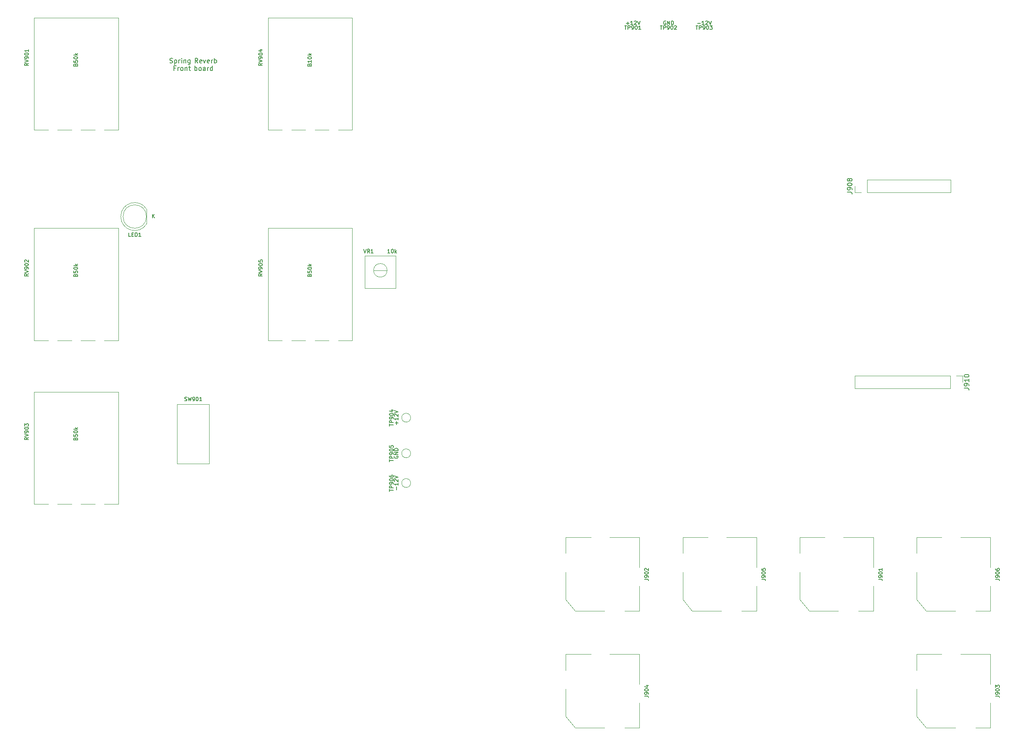
<source format=gto>
%TF.GenerationSoftware,KiCad,Pcbnew,7.0.0-da2b9df05c~171~ubuntu22.04.1*%
%TF.CreationDate,2023-03-08T20:31:39-05:00*%
%TF.ProjectId,springReverbRev2,73707269-6e67-4526-9576-657262526576,rev?*%
%TF.SameCoordinates,Original*%
%TF.FileFunction,Legend,Top*%
%TF.FilePolarity,Positive*%
%FSLAX46Y46*%
G04 Gerber Fmt 4.6, Leading zero omitted, Abs format (unit mm)*
G04 Created by KiCad (PCBNEW 7.0.0-da2b9df05c~171~ubuntu22.04.1) date 2023-03-08 20:31:39*
%MOMM*%
%LPD*%
G01*
G04 APERTURE LIST*
%ADD10C,0.150000*%
%ADD11C,0.120000*%
G04 APERTURE END LIST*
D10*
X95009523Y-40614761D02*
X95152380Y-40662380D01*
X95152380Y-40662380D02*
X95390475Y-40662380D01*
X95390475Y-40662380D02*
X95485713Y-40614761D01*
X95485713Y-40614761D02*
X95533332Y-40567142D01*
X95533332Y-40567142D02*
X95580951Y-40471904D01*
X95580951Y-40471904D02*
X95580951Y-40376666D01*
X95580951Y-40376666D02*
X95533332Y-40281428D01*
X95533332Y-40281428D02*
X95485713Y-40233809D01*
X95485713Y-40233809D02*
X95390475Y-40186190D01*
X95390475Y-40186190D02*
X95199999Y-40138571D01*
X95199999Y-40138571D02*
X95104761Y-40090952D01*
X95104761Y-40090952D02*
X95057142Y-40043333D01*
X95057142Y-40043333D02*
X95009523Y-39948095D01*
X95009523Y-39948095D02*
X95009523Y-39852857D01*
X95009523Y-39852857D02*
X95057142Y-39757619D01*
X95057142Y-39757619D02*
X95104761Y-39710000D01*
X95104761Y-39710000D02*
X95199999Y-39662380D01*
X95199999Y-39662380D02*
X95438094Y-39662380D01*
X95438094Y-39662380D02*
X95580951Y-39710000D01*
X96009523Y-39995714D02*
X96009523Y-40995714D01*
X96009523Y-40043333D02*
X96104761Y-39995714D01*
X96104761Y-39995714D02*
X96295237Y-39995714D01*
X96295237Y-39995714D02*
X96390475Y-40043333D01*
X96390475Y-40043333D02*
X96438094Y-40090952D01*
X96438094Y-40090952D02*
X96485713Y-40186190D01*
X96485713Y-40186190D02*
X96485713Y-40471904D01*
X96485713Y-40471904D02*
X96438094Y-40567142D01*
X96438094Y-40567142D02*
X96390475Y-40614761D01*
X96390475Y-40614761D02*
X96295237Y-40662380D01*
X96295237Y-40662380D02*
X96104761Y-40662380D01*
X96104761Y-40662380D02*
X96009523Y-40614761D01*
X96914285Y-40662380D02*
X96914285Y-39995714D01*
X96914285Y-40186190D02*
X96961904Y-40090952D01*
X96961904Y-40090952D02*
X97009523Y-40043333D01*
X97009523Y-40043333D02*
X97104761Y-39995714D01*
X97104761Y-39995714D02*
X97199999Y-39995714D01*
X97533333Y-40662380D02*
X97533333Y-39995714D01*
X97533333Y-39662380D02*
X97485714Y-39710000D01*
X97485714Y-39710000D02*
X97533333Y-39757619D01*
X97533333Y-39757619D02*
X97580952Y-39710000D01*
X97580952Y-39710000D02*
X97533333Y-39662380D01*
X97533333Y-39662380D02*
X97533333Y-39757619D01*
X98009523Y-39995714D02*
X98009523Y-40662380D01*
X98009523Y-40090952D02*
X98057142Y-40043333D01*
X98057142Y-40043333D02*
X98152380Y-39995714D01*
X98152380Y-39995714D02*
X98295237Y-39995714D01*
X98295237Y-39995714D02*
X98390475Y-40043333D01*
X98390475Y-40043333D02*
X98438094Y-40138571D01*
X98438094Y-40138571D02*
X98438094Y-40662380D01*
X99342856Y-39995714D02*
X99342856Y-40805238D01*
X99342856Y-40805238D02*
X99295237Y-40900476D01*
X99295237Y-40900476D02*
X99247618Y-40948095D01*
X99247618Y-40948095D02*
X99152380Y-40995714D01*
X99152380Y-40995714D02*
X99009523Y-40995714D01*
X99009523Y-40995714D02*
X98914285Y-40948095D01*
X99342856Y-40614761D02*
X99247618Y-40662380D01*
X99247618Y-40662380D02*
X99057142Y-40662380D01*
X99057142Y-40662380D02*
X98961904Y-40614761D01*
X98961904Y-40614761D02*
X98914285Y-40567142D01*
X98914285Y-40567142D02*
X98866666Y-40471904D01*
X98866666Y-40471904D02*
X98866666Y-40186190D01*
X98866666Y-40186190D02*
X98914285Y-40090952D01*
X98914285Y-40090952D02*
X98961904Y-40043333D01*
X98961904Y-40043333D02*
X99057142Y-39995714D01*
X99057142Y-39995714D02*
X99247618Y-39995714D01*
X99247618Y-39995714D02*
X99342856Y-40043333D01*
X100990475Y-40662380D02*
X100657142Y-40186190D01*
X100419047Y-40662380D02*
X100419047Y-39662380D01*
X100419047Y-39662380D02*
X100799999Y-39662380D01*
X100799999Y-39662380D02*
X100895237Y-39710000D01*
X100895237Y-39710000D02*
X100942856Y-39757619D01*
X100942856Y-39757619D02*
X100990475Y-39852857D01*
X100990475Y-39852857D02*
X100990475Y-39995714D01*
X100990475Y-39995714D02*
X100942856Y-40090952D01*
X100942856Y-40090952D02*
X100895237Y-40138571D01*
X100895237Y-40138571D02*
X100799999Y-40186190D01*
X100799999Y-40186190D02*
X100419047Y-40186190D01*
X101799999Y-40614761D02*
X101704761Y-40662380D01*
X101704761Y-40662380D02*
X101514285Y-40662380D01*
X101514285Y-40662380D02*
X101419047Y-40614761D01*
X101419047Y-40614761D02*
X101371428Y-40519523D01*
X101371428Y-40519523D02*
X101371428Y-40138571D01*
X101371428Y-40138571D02*
X101419047Y-40043333D01*
X101419047Y-40043333D02*
X101514285Y-39995714D01*
X101514285Y-39995714D02*
X101704761Y-39995714D01*
X101704761Y-39995714D02*
X101799999Y-40043333D01*
X101799999Y-40043333D02*
X101847618Y-40138571D01*
X101847618Y-40138571D02*
X101847618Y-40233809D01*
X101847618Y-40233809D02*
X101371428Y-40329047D01*
X102180952Y-39995714D02*
X102419047Y-40662380D01*
X102419047Y-40662380D02*
X102657142Y-39995714D01*
X103419047Y-40614761D02*
X103323809Y-40662380D01*
X103323809Y-40662380D02*
X103133333Y-40662380D01*
X103133333Y-40662380D02*
X103038095Y-40614761D01*
X103038095Y-40614761D02*
X102990476Y-40519523D01*
X102990476Y-40519523D02*
X102990476Y-40138571D01*
X102990476Y-40138571D02*
X103038095Y-40043333D01*
X103038095Y-40043333D02*
X103133333Y-39995714D01*
X103133333Y-39995714D02*
X103323809Y-39995714D01*
X103323809Y-39995714D02*
X103419047Y-40043333D01*
X103419047Y-40043333D02*
X103466666Y-40138571D01*
X103466666Y-40138571D02*
X103466666Y-40233809D01*
X103466666Y-40233809D02*
X102990476Y-40329047D01*
X103895238Y-40662380D02*
X103895238Y-39995714D01*
X103895238Y-40186190D02*
X103942857Y-40090952D01*
X103942857Y-40090952D02*
X103990476Y-40043333D01*
X103990476Y-40043333D02*
X104085714Y-39995714D01*
X104085714Y-39995714D02*
X104180952Y-39995714D01*
X104514286Y-40662380D02*
X104514286Y-39662380D01*
X104514286Y-40043333D02*
X104609524Y-39995714D01*
X104609524Y-39995714D02*
X104800000Y-39995714D01*
X104800000Y-39995714D02*
X104895238Y-40043333D01*
X104895238Y-40043333D02*
X104942857Y-40090952D01*
X104942857Y-40090952D02*
X104990476Y-40186190D01*
X104990476Y-40186190D02*
X104990476Y-40471904D01*
X104990476Y-40471904D02*
X104942857Y-40567142D01*
X104942857Y-40567142D02*
X104895238Y-40614761D01*
X104895238Y-40614761D02*
X104800000Y-40662380D01*
X104800000Y-40662380D02*
X104609524Y-40662380D01*
X104609524Y-40662380D02*
X104514286Y-40614761D01*
X96223808Y-41758571D02*
X95890475Y-41758571D01*
X95890475Y-42282380D02*
X95890475Y-41282380D01*
X95890475Y-41282380D02*
X96366665Y-41282380D01*
X96747618Y-42282380D02*
X96747618Y-41615714D01*
X96747618Y-41806190D02*
X96795237Y-41710952D01*
X96795237Y-41710952D02*
X96842856Y-41663333D01*
X96842856Y-41663333D02*
X96938094Y-41615714D01*
X96938094Y-41615714D02*
X97033332Y-41615714D01*
X97509523Y-42282380D02*
X97414285Y-42234761D01*
X97414285Y-42234761D02*
X97366666Y-42187142D01*
X97366666Y-42187142D02*
X97319047Y-42091904D01*
X97319047Y-42091904D02*
X97319047Y-41806190D01*
X97319047Y-41806190D02*
X97366666Y-41710952D01*
X97366666Y-41710952D02*
X97414285Y-41663333D01*
X97414285Y-41663333D02*
X97509523Y-41615714D01*
X97509523Y-41615714D02*
X97652380Y-41615714D01*
X97652380Y-41615714D02*
X97747618Y-41663333D01*
X97747618Y-41663333D02*
X97795237Y-41710952D01*
X97795237Y-41710952D02*
X97842856Y-41806190D01*
X97842856Y-41806190D02*
X97842856Y-42091904D01*
X97842856Y-42091904D02*
X97795237Y-42187142D01*
X97795237Y-42187142D02*
X97747618Y-42234761D01*
X97747618Y-42234761D02*
X97652380Y-42282380D01*
X97652380Y-42282380D02*
X97509523Y-42282380D01*
X98271428Y-41615714D02*
X98271428Y-42282380D01*
X98271428Y-41710952D02*
X98319047Y-41663333D01*
X98319047Y-41663333D02*
X98414285Y-41615714D01*
X98414285Y-41615714D02*
X98557142Y-41615714D01*
X98557142Y-41615714D02*
X98652380Y-41663333D01*
X98652380Y-41663333D02*
X98699999Y-41758571D01*
X98699999Y-41758571D02*
X98699999Y-42282380D01*
X99033333Y-41615714D02*
X99414285Y-41615714D01*
X99176190Y-41282380D02*
X99176190Y-42139523D01*
X99176190Y-42139523D02*
X99223809Y-42234761D01*
X99223809Y-42234761D02*
X99319047Y-42282380D01*
X99319047Y-42282380D02*
X99414285Y-42282380D01*
X100347619Y-42282380D02*
X100347619Y-41282380D01*
X100347619Y-41663333D02*
X100442857Y-41615714D01*
X100442857Y-41615714D02*
X100633333Y-41615714D01*
X100633333Y-41615714D02*
X100728571Y-41663333D01*
X100728571Y-41663333D02*
X100776190Y-41710952D01*
X100776190Y-41710952D02*
X100823809Y-41806190D01*
X100823809Y-41806190D02*
X100823809Y-42091904D01*
X100823809Y-42091904D02*
X100776190Y-42187142D01*
X100776190Y-42187142D02*
X100728571Y-42234761D01*
X100728571Y-42234761D02*
X100633333Y-42282380D01*
X100633333Y-42282380D02*
X100442857Y-42282380D01*
X100442857Y-42282380D02*
X100347619Y-42234761D01*
X101395238Y-42282380D02*
X101300000Y-42234761D01*
X101300000Y-42234761D02*
X101252381Y-42187142D01*
X101252381Y-42187142D02*
X101204762Y-42091904D01*
X101204762Y-42091904D02*
X101204762Y-41806190D01*
X101204762Y-41806190D02*
X101252381Y-41710952D01*
X101252381Y-41710952D02*
X101300000Y-41663333D01*
X101300000Y-41663333D02*
X101395238Y-41615714D01*
X101395238Y-41615714D02*
X101538095Y-41615714D01*
X101538095Y-41615714D02*
X101633333Y-41663333D01*
X101633333Y-41663333D02*
X101680952Y-41710952D01*
X101680952Y-41710952D02*
X101728571Y-41806190D01*
X101728571Y-41806190D02*
X101728571Y-42091904D01*
X101728571Y-42091904D02*
X101680952Y-42187142D01*
X101680952Y-42187142D02*
X101633333Y-42234761D01*
X101633333Y-42234761D02*
X101538095Y-42282380D01*
X101538095Y-42282380D02*
X101395238Y-42282380D01*
X102585714Y-42282380D02*
X102585714Y-41758571D01*
X102585714Y-41758571D02*
X102538095Y-41663333D01*
X102538095Y-41663333D02*
X102442857Y-41615714D01*
X102442857Y-41615714D02*
X102252381Y-41615714D01*
X102252381Y-41615714D02*
X102157143Y-41663333D01*
X102585714Y-42234761D02*
X102490476Y-42282380D01*
X102490476Y-42282380D02*
X102252381Y-42282380D01*
X102252381Y-42282380D02*
X102157143Y-42234761D01*
X102157143Y-42234761D02*
X102109524Y-42139523D01*
X102109524Y-42139523D02*
X102109524Y-42044285D01*
X102109524Y-42044285D02*
X102157143Y-41949047D01*
X102157143Y-41949047D02*
X102252381Y-41901428D01*
X102252381Y-41901428D02*
X102490476Y-41901428D01*
X102490476Y-41901428D02*
X102585714Y-41853809D01*
X103061905Y-42282380D02*
X103061905Y-41615714D01*
X103061905Y-41806190D02*
X103109524Y-41710952D01*
X103109524Y-41710952D02*
X103157143Y-41663333D01*
X103157143Y-41663333D02*
X103252381Y-41615714D01*
X103252381Y-41615714D02*
X103347619Y-41615714D01*
X104109524Y-42282380D02*
X104109524Y-41282380D01*
X104109524Y-42234761D02*
X104014286Y-42282380D01*
X104014286Y-42282380D02*
X103823810Y-42282380D01*
X103823810Y-42282380D02*
X103728572Y-42234761D01*
X103728572Y-42234761D02*
X103680953Y-42187142D01*
X103680953Y-42187142D02*
X103633334Y-42091904D01*
X103633334Y-42091904D02*
X103633334Y-41806190D01*
X103633334Y-41806190D02*
X103680953Y-41710952D01*
X103680953Y-41710952D02*
X103728572Y-41663333D01*
X103728572Y-41663333D02*
X103823810Y-41615714D01*
X103823810Y-41615714D02*
X104014286Y-41615714D01*
X104014286Y-41615714D02*
X104109524Y-41663333D01*
%TO.C,J902*%
X196493904Y-151028571D02*
X197065333Y-151028571D01*
X197065333Y-151028571D02*
X197179619Y-151066666D01*
X197179619Y-151066666D02*
X197255809Y-151142857D01*
X197255809Y-151142857D02*
X197293904Y-151257142D01*
X197293904Y-151257142D02*
X197293904Y-151333333D01*
X197293904Y-150609523D02*
X197293904Y-150457142D01*
X197293904Y-150457142D02*
X197255809Y-150380952D01*
X197255809Y-150380952D02*
X197217714Y-150342856D01*
X197217714Y-150342856D02*
X197103428Y-150266666D01*
X197103428Y-150266666D02*
X196951047Y-150228571D01*
X196951047Y-150228571D02*
X196646285Y-150228571D01*
X196646285Y-150228571D02*
X196570095Y-150266666D01*
X196570095Y-150266666D02*
X196532000Y-150304761D01*
X196532000Y-150304761D02*
X196493904Y-150380952D01*
X196493904Y-150380952D02*
X196493904Y-150533333D01*
X196493904Y-150533333D02*
X196532000Y-150609523D01*
X196532000Y-150609523D02*
X196570095Y-150647618D01*
X196570095Y-150647618D02*
X196646285Y-150685714D01*
X196646285Y-150685714D02*
X196836761Y-150685714D01*
X196836761Y-150685714D02*
X196912952Y-150647618D01*
X196912952Y-150647618D02*
X196951047Y-150609523D01*
X196951047Y-150609523D02*
X196989142Y-150533333D01*
X196989142Y-150533333D02*
X196989142Y-150380952D01*
X196989142Y-150380952D02*
X196951047Y-150304761D01*
X196951047Y-150304761D02*
X196912952Y-150266666D01*
X196912952Y-150266666D02*
X196836761Y-150228571D01*
X196493904Y-149733332D02*
X196493904Y-149657142D01*
X196493904Y-149657142D02*
X196532000Y-149580951D01*
X196532000Y-149580951D02*
X196570095Y-149542856D01*
X196570095Y-149542856D02*
X196646285Y-149504761D01*
X196646285Y-149504761D02*
X196798666Y-149466666D01*
X196798666Y-149466666D02*
X196989142Y-149466666D01*
X196989142Y-149466666D02*
X197141523Y-149504761D01*
X197141523Y-149504761D02*
X197217714Y-149542856D01*
X197217714Y-149542856D02*
X197255809Y-149580951D01*
X197255809Y-149580951D02*
X197293904Y-149657142D01*
X197293904Y-149657142D02*
X197293904Y-149733332D01*
X197293904Y-149733332D02*
X197255809Y-149809523D01*
X197255809Y-149809523D02*
X197217714Y-149847618D01*
X197217714Y-149847618D02*
X197141523Y-149885713D01*
X197141523Y-149885713D02*
X196989142Y-149923809D01*
X196989142Y-149923809D02*
X196798666Y-149923809D01*
X196798666Y-149923809D02*
X196646285Y-149885713D01*
X196646285Y-149885713D02*
X196570095Y-149847618D01*
X196570095Y-149847618D02*
X196532000Y-149809523D01*
X196532000Y-149809523D02*
X196493904Y-149733332D01*
X196570095Y-149161904D02*
X196532000Y-149123808D01*
X196532000Y-149123808D02*
X196493904Y-149047618D01*
X196493904Y-149047618D02*
X196493904Y-148857142D01*
X196493904Y-148857142D02*
X196532000Y-148780951D01*
X196532000Y-148780951D02*
X196570095Y-148742856D01*
X196570095Y-148742856D02*
X196646285Y-148704761D01*
X196646285Y-148704761D02*
X196722476Y-148704761D01*
X196722476Y-148704761D02*
X196836761Y-148742856D01*
X196836761Y-148742856D02*
X197293904Y-149199999D01*
X197293904Y-149199999D02*
X197293904Y-148704761D01*
%TO.C,J905*%
X221493904Y-151028571D02*
X222065333Y-151028571D01*
X222065333Y-151028571D02*
X222179619Y-151066666D01*
X222179619Y-151066666D02*
X222255809Y-151142857D01*
X222255809Y-151142857D02*
X222293904Y-151257142D01*
X222293904Y-151257142D02*
X222293904Y-151333333D01*
X222293904Y-150609523D02*
X222293904Y-150457142D01*
X222293904Y-150457142D02*
X222255809Y-150380952D01*
X222255809Y-150380952D02*
X222217714Y-150342856D01*
X222217714Y-150342856D02*
X222103428Y-150266666D01*
X222103428Y-150266666D02*
X221951047Y-150228571D01*
X221951047Y-150228571D02*
X221646285Y-150228571D01*
X221646285Y-150228571D02*
X221570095Y-150266666D01*
X221570095Y-150266666D02*
X221532000Y-150304761D01*
X221532000Y-150304761D02*
X221493904Y-150380952D01*
X221493904Y-150380952D02*
X221493904Y-150533333D01*
X221493904Y-150533333D02*
X221532000Y-150609523D01*
X221532000Y-150609523D02*
X221570095Y-150647618D01*
X221570095Y-150647618D02*
X221646285Y-150685714D01*
X221646285Y-150685714D02*
X221836761Y-150685714D01*
X221836761Y-150685714D02*
X221912952Y-150647618D01*
X221912952Y-150647618D02*
X221951047Y-150609523D01*
X221951047Y-150609523D02*
X221989142Y-150533333D01*
X221989142Y-150533333D02*
X221989142Y-150380952D01*
X221989142Y-150380952D02*
X221951047Y-150304761D01*
X221951047Y-150304761D02*
X221912952Y-150266666D01*
X221912952Y-150266666D02*
X221836761Y-150228571D01*
X221493904Y-149733332D02*
X221493904Y-149657142D01*
X221493904Y-149657142D02*
X221532000Y-149580951D01*
X221532000Y-149580951D02*
X221570095Y-149542856D01*
X221570095Y-149542856D02*
X221646285Y-149504761D01*
X221646285Y-149504761D02*
X221798666Y-149466666D01*
X221798666Y-149466666D02*
X221989142Y-149466666D01*
X221989142Y-149466666D02*
X222141523Y-149504761D01*
X222141523Y-149504761D02*
X222217714Y-149542856D01*
X222217714Y-149542856D02*
X222255809Y-149580951D01*
X222255809Y-149580951D02*
X222293904Y-149657142D01*
X222293904Y-149657142D02*
X222293904Y-149733332D01*
X222293904Y-149733332D02*
X222255809Y-149809523D01*
X222255809Y-149809523D02*
X222217714Y-149847618D01*
X222217714Y-149847618D02*
X222141523Y-149885713D01*
X222141523Y-149885713D02*
X221989142Y-149923809D01*
X221989142Y-149923809D02*
X221798666Y-149923809D01*
X221798666Y-149923809D02*
X221646285Y-149885713D01*
X221646285Y-149885713D02*
X221570095Y-149847618D01*
X221570095Y-149847618D02*
X221532000Y-149809523D01*
X221532000Y-149809523D02*
X221493904Y-149733332D01*
X221493904Y-148742856D02*
X221493904Y-149123808D01*
X221493904Y-149123808D02*
X221874857Y-149161904D01*
X221874857Y-149161904D02*
X221836761Y-149123808D01*
X221836761Y-149123808D02*
X221798666Y-149047618D01*
X221798666Y-149047618D02*
X221798666Y-148857142D01*
X221798666Y-148857142D02*
X221836761Y-148780951D01*
X221836761Y-148780951D02*
X221874857Y-148742856D01*
X221874857Y-148742856D02*
X221951047Y-148704761D01*
X221951047Y-148704761D02*
X222141523Y-148704761D01*
X222141523Y-148704761D02*
X222217714Y-148742856D01*
X222217714Y-148742856D02*
X222255809Y-148780951D01*
X222255809Y-148780951D02*
X222293904Y-148857142D01*
X222293904Y-148857142D02*
X222293904Y-149047618D01*
X222293904Y-149047618D02*
X222255809Y-149123808D01*
X222255809Y-149123808D02*
X222217714Y-149161904D01*
%TO.C,RV901*%
X64793904Y-40738094D02*
X64412952Y-41004761D01*
X64793904Y-41195237D02*
X63993904Y-41195237D01*
X63993904Y-41195237D02*
X63993904Y-40890475D01*
X63993904Y-40890475D02*
X64032000Y-40814285D01*
X64032000Y-40814285D02*
X64070095Y-40776190D01*
X64070095Y-40776190D02*
X64146285Y-40738094D01*
X64146285Y-40738094D02*
X64260571Y-40738094D01*
X64260571Y-40738094D02*
X64336761Y-40776190D01*
X64336761Y-40776190D02*
X64374857Y-40814285D01*
X64374857Y-40814285D02*
X64412952Y-40890475D01*
X64412952Y-40890475D02*
X64412952Y-41195237D01*
X63993904Y-40509523D02*
X64793904Y-40242856D01*
X64793904Y-40242856D02*
X63993904Y-39976190D01*
X64793904Y-39671428D02*
X64793904Y-39519047D01*
X64793904Y-39519047D02*
X64755809Y-39442857D01*
X64755809Y-39442857D02*
X64717714Y-39404761D01*
X64717714Y-39404761D02*
X64603428Y-39328571D01*
X64603428Y-39328571D02*
X64451047Y-39290476D01*
X64451047Y-39290476D02*
X64146285Y-39290476D01*
X64146285Y-39290476D02*
X64070095Y-39328571D01*
X64070095Y-39328571D02*
X64032000Y-39366666D01*
X64032000Y-39366666D02*
X63993904Y-39442857D01*
X63993904Y-39442857D02*
X63993904Y-39595238D01*
X63993904Y-39595238D02*
X64032000Y-39671428D01*
X64032000Y-39671428D02*
X64070095Y-39709523D01*
X64070095Y-39709523D02*
X64146285Y-39747619D01*
X64146285Y-39747619D02*
X64336761Y-39747619D01*
X64336761Y-39747619D02*
X64412952Y-39709523D01*
X64412952Y-39709523D02*
X64451047Y-39671428D01*
X64451047Y-39671428D02*
X64489142Y-39595238D01*
X64489142Y-39595238D02*
X64489142Y-39442857D01*
X64489142Y-39442857D02*
X64451047Y-39366666D01*
X64451047Y-39366666D02*
X64412952Y-39328571D01*
X64412952Y-39328571D02*
X64336761Y-39290476D01*
X63993904Y-38795237D02*
X63993904Y-38719047D01*
X63993904Y-38719047D02*
X64032000Y-38642856D01*
X64032000Y-38642856D02*
X64070095Y-38604761D01*
X64070095Y-38604761D02*
X64146285Y-38566666D01*
X64146285Y-38566666D02*
X64298666Y-38528571D01*
X64298666Y-38528571D02*
X64489142Y-38528571D01*
X64489142Y-38528571D02*
X64641523Y-38566666D01*
X64641523Y-38566666D02*
X64717714Y-38604761D01*
X64717714Y-38604761D02*
X64755809Y-38642856D01*
X64755809Y-38642856D02*
X64793904Y-38719047D01*
X64793904Y-38719047D02*
X64793904Y-38795237D01*
X64793904Y-38795237D02*
X64755809Y-38871428D01*
X64755809Y-38871428D02*
X64717714Y-38909523D01*
X64717714Y-38909523D02*
X64641523Y-38947618D01*
X64641523Y-38947618D02*
X64489142Y-38985714D01*
X64489142Y-38985714D02*
X64298666Y-38985714D01*
X64298666Y-38985714D02*
X64146285Y-38947618D01*
X64146285Y-38947618D02*
X64070095Y-38909523D01*
X64070095Y-38909523D02*
X64032000Y-38871428D01*
X64032000Y-38871428D02*
X63993904Y-38795237D01*
X64793904Y-37766666D02*
X64793904Y-38223809D01*
X64793904Y-37995237D02*
X63993904Y-37995237D01*
X63993904Y-37995237D02*
X64108190Y-38071428D01*
X64108190Y-38071428D02*
X64184380Y-38147618D01*
X64184380Y-38147618D02*
X64222476Y-38223809D01*
X74874857Y-41028571D02*
X74912952Y-40914285D01*
X74912952Y-40914285D02*
X74951047Y-40876190D01*
X74951047Y-40876190D02*
X75027238Y-40838094D01*
X75027238Y-40838094D02*
X75141523Y-40838094D01*
X75141523Y-40838094D02*
X75217714Y-40876190D01*
X75217714Y-40876190D02*
X75255809Y-40914285D01*
X75255809Y-40914285D02*
X75293904Y-40990475D01*
X75293904Y-40990475D02*
X75293904Y-41295237D01*
X75293904Y-41295237D02*
X74493904Y-41295237D01*
X74493904Y-41295237D02*
X74493904Y-41028571D01*
X74493904Y-41028571D02*
X74532000Y-40952380D01*
X74532000Y-40952380D02*
X74570095Y-40914285D01*
X74570095Y-40914285D02*
X74646285Y-40876190D01*
X74646285Y-40876190D02*
X74722476Y-40876190D01*
X74722476Y-40876190D02*
X74798666Y-40914285D01*
X74798666Y-40914285D02*
X74836761Y-40952380D01*
X74836761Y-40952380D02*
X74874857Y-41028571D01*
X74874857Y-41028571D02*
X74874857Y-41295237D01*
X74493904Y-40114285D02*
X74493904Y-40495237D01*
X74493904Y-40495237D02*
X74874857Y-40533333D01*
X74874857Y-40533333D02*
X74836761Y-40495237D01*
X74836761Y-40495237D02*
X74798666Y-40419047D01*
X74798666Y-40419047D02*
X74798666Y-40228571D01*
X74798666Y-40228571D02*
X74836761Y-40152380D01*
X74836761Y-40152380D02*
X74874857Y-40114285D01*
X74874857Y-40114285D02*
X74951047Y-40076190D01*
X74951047Y-40076190D02*
X75141523Y-40076190D01*
X75141523Y-40076190D02*
X75217714Y-40114285D01*
X75217714Y-40114285D02*
X75255809Y-40152380D01*
X75255809Y-40152380D02*
X75293904Y-40228571D01*
X75293904Y-40228571D02*
X75293904Y-40419047D01*
X75293904Y-40419047D02*
X75255809Y-40495237D01*
X75255809Y-40495237D02*
X75217714Y-40533333D01*
X74493904Y-39580951D02*
X74493904Y-39504761D01*
X74493904Y-39504761D02*
X74532000Y-39428570D01*
X74532000Y-39428570D02*
X74570095Y-39390475D01*
X74570095Y-39390475D02*
X74646285Y-39352380D01*
X74646285Y-39352380D02*
X74798666Y-39314285D01*
X74798666Y-39314285D02*
X74989142Y-39314285D01*
X74989142Y-39314285D02*
X75141523Y-39352380D01*
X75141523Y-39352380D02*
X75217714Y-39390475D01*
X75217714Y-39390475D02*
X75255809Y-39428570D01*
X75255809Y-39428570D02*
X75293904Y-39504761D01*
X75293904Y-39504761D02*
X75293904Y-39580951D01*
X75293904Y-39580951D02*
X75255809Y-39657142D01*
X75255809Y-39657142D02*
X75217714Y-39695237D01*
X75217714Y-39695237D02*
X75141523Y-39733332D01*
X75141523Y-39733332D02*
X74989142Y-39771428D01*
X74989142Y-39771428D02*
X74798666Y-39771428D01*
X74798666Y-39771428D02*
X74646285Y-39733332D01*
X74646285Y-39733332D02*
X74570095Y-39695237D01*
X74570095Y-39695237D02*
X74532000Y-39657142D01*
X74532000Y-39657142D02*
X74493904Y-39580951D01*
X75293904Y-38971427D02*
X74493904Y-38971427D01*
X74989142Y-38895237D02*
X75293904Y-38666665D01*
X74760571Y-38666665D02*
X75065333Y-38971427D01*
%TO.C,LED1*%
X86609761Y-77753904D02*
X86228809Y-77753904D01*
X86228809Y-77753904D02*
X86228809Y-76953904D01*
X86876428Y-77334857D02*
X87143094Y-77334857D01*
X87257380Y-77753904D02*
X86876428Y-77753904D01*
X86876428Y-77753904D02*
X86876428Y-76953904D01*
X86876428Y-76953904D02*
X87257380Y-76953904D01*
X87600238Y-77753904D02*
X87600238Y-76953904D01*
X87600238Y-76953904D02*
X87790714Y-76953904D01*
X87790714Y-76953904D02*
X87905000Y-76992000D01*
X87905000Y-76992000D02*
X87981190Y-77068190D01*
X87981190Y-77068190D02*
X88019285Y-77144380D01*
X88019285Y-77144380D02*
X88057381Y-77296761D01*
X88057381Y-77296761D02*
X88057381Y-77411047D01*
X88057381Y-77411047D02*
X88019285Y-77563428D01*
X88019285Y-77563428D02*
X87981190Y-77639619D01*
X87981190Y-77639619D02*
X87905000Y-77715809D01*
X87905000Y-77715809D02*
X87790714Y-77753904D01*
X87790714Y-77753904D02*
X87600238Y-77753904D01*
X88819285Y-77753904D02*
X88362142Y-77753904D01*
X88590714Y-77753904D02*
X88590714Y-76953904D01*
X88590714Y-76953904D02*
X88514523Y-77068190D01*
X88514523Y-77068190D02*
X88438333Y-77144380D01*
X88438333Y-77144380D02*
X88362142Y-77182476D01*
X91265476Y-73793904D02*
X91265476Y-72993904D01*
X91722619Y-73793904D02*
X91379761Y-73336761D01*
X91722619Y-72993904D02*
X91265476Y-73451047D01*
%TO.C,VR1*%
X136452381Y-80493904D02*
X136719048Y-81293904D01*
X136719048Y-81293904D02*
X136985714Y-80493904D01*
X137709524Y-81293904D02*
X137442857Y-80912952D01*
X137252381Y-81293904D02*
X137252381Y-80493904D01*
X137252381Y-80493904D02*
X137557143Y-80493904D01*
X137557143Y-80493904D02*
X137633333Y-80532000D01*
X137633333Y-80532000D02*
X137671428Y-80570095D01*
X137671428Y-80570095D02*
X137709524Y-80646285D01*
X137709524Y-80646285D02*
X137709524Y-80760571D01*
X137709524Y-80760571D02*
X137671428Y-80836761D01*
X137671428Y-80836761D02*
X137633333Y-80874857D01*
X137633333Y-80874857D02*
X137557143Y-80912952D01*
X137557143Y-80912952D02*
X137252381Y-80912952D01*
X138471428Y-81293904D02*
X138014285Y-81293904D01*
X138242857Y-81293904D02*
X138242857Y-80493904D01*
X138242857Y-80493904D02*
X138166666Y-80608190D01*
X138166666Y-80608190D02*
X138090476Y-80684380D01*
X138090476Y-80684380D02*
X138014285Y-80722476D01*
X142023809Y-81293904D02*
X141566666Y-81293904D01*
X141795238Y-81293904D02*
X141795238Y-80493904D01*
X141795238Y-80493904D02*
X141719047Y-80608190D01*
X141719047Y-80608190D02*
X141642857Y-80684380D01*
X141642857Y-80684380D02*
X141566666Y-80722476D01*
X142519048Y-80493904D02*
X142595238Y-80493904D01*
X142595238Y-80493904D02*
X142671429Y-80532000D01*
X142671429Y-80532000D02*
X142709524Y-80570095D01*
X142709524Y-80570095D02*
X142747619Y-80646285D01*
X142747619Y-80646285D02*
X142785714Y-80798666D01*
X142785714Y-80798666D02*
X142785714Y-80989142D01*
X142785714Y-80989142D02*
X142747619Y-81141523D01*
X142747619Y-81141523D02*
X142709524Y-81217714D01*
X142709524Y-81217714D02*
X142671429Y-81255809D01*
X142671429Y-81255809D02*
X142595238Y-81293904D01*
X142595238Y-81293904D02*
X142519048Y-81293904D01*
X142519048Y-81293904D02*
X142442857Y-81255809D01*
X142442857Y-81255809D02*
X142404762Y-81217714D01*
X142404762Y-81217714D02*
X142366667Y-81141523D01*
X142366667Y-81141523D02*
X142328571Y-80989142D01*
X142328571Y-80989142D02*
X142328571Y-80798666D01*
X142328571Y-80798666D02*
X142366667Y-80646285D01*
X142366667Y-80646285D02*
X142404762Y-80570095D01*
X142404762Y-80570095D02*
X142442857Y-80532000D01*
X142442857Y-80532000D02*
X142519048Y-80493904D01*
X143128572Y-81293904D02*
X143128572Y-80493904D01*
X143204762Y-80989142D02*
X143433334Y-81293904D01*
X143433334Y-80760571D02*
X143128572Y-81065333D01*
%TO.C,RV905*%
X114793904Y-85738094D02*
X114412952Y-86004761D01*
X114793904Y-86195237D02*
X113993904Y-86195237D01*
X113993904Y-86195237D02*
X113993904Y-85890475D01*
X113993904Y-85890475D02*
X114032000Y-85814285D01*
X114032000Y-85814285D02*
X114070095Y-85776190D01*
X114070095Y-85776190D02*
X114146285Y-85738094D01*
X114146285Y-85738094D02*
X114260571Y-85738094D01*
X114260571Y-85738094D02*
X114336761Y-85776190D01*
X114336761Y-85776190D02*
X114374857Y-85814285D01*
X114374857Y-85814285D02*
X114412952Y-85890475D01*
X114412952Y-85890475D02*
X114412952Y-86195237D01*
X113993904Y-85509523D02*
X114793904Y-85242856D01*
X114793904Y-85242856D02*
X113993904Y-84976190D01*
X114793904Y-84671428D02*
X114793904Y-84519047D01*
X114793904Y-84519047D02*
X114755809Y-84442857D01*
X114755809Y-84442857D02*
X114717714Y-84404761D01*
X114717714Y-84404761D02*
X114603428Y-84328571D01*
X114603428Y-84328571D02*
X114451047Y-84290476D01*
X114451047Y-84290476D02*
X114146285Y-84290476D01*
X114146285Y-84290476D02*
X114070095Y-84328571D01*
X114070095Y-84328571D02*
X114032000Y-84366666D01*
X114032000Y-84366666D02*
X113993904Y-84442857D01*
X113993904Y-84442857D02*
X113993904Y-84595238D01*
X113993904Y-84595238D02*
X114032000Y-84671428D01*
X114032000Y-84671428D02*
X114070095Y-84709523D01*
X114070095Y-84709523D02*
X114146285Y-84747619D01*
X114146285Y-84747619D02*
X114336761Y-84747619D01*
X114336761Y-84747619D02*
X114412952Y-84709523D01*
X114412952Y-84709523D02*
X114451047Y-84671428D01*
X114451047Y-84671428D02*
X114489142Y-84595238D01*
X114489142Y-84595238D02*
X114489142Y-84442857D01*
X114489142Y-84442857D02*
X114451047Y-84366666D01*
X114451047Y-84366666D02*
X114412952Y-84328571D01*
X114412952Y-84328571D02*
X114336761Y-84290476D01*
X113993904Y-83795237D02*
X113993904Y-83719047D01*
X113993904Y-83719047D02*
X114032000Y-83642856D01*
X114032000Y-83642856D02*
X114070095Y-83604761D01*
X114070095Y-83604761D02*
X114146285Y-83566666D01*
X114146285Y-83566666D02*
X114298666Y-83528571D01*
X114298666Y-83528571D02*
X114489142Y-83528571D01*
X114489142Y-83528571D02*
X114641523Y-83566666D01*
X114641523Y-83566666D02*
X114717714Y-83604761D01*
X114717714Y-83604761D02*
X114755809Y-83642856D01*
X114755809Y-83642856D02*
X114793904Y-83719047D01*
X114793904Y-83719047D02*
X114793904Y-83795237D01*
X114793904Y-83795237D02*
X114755809Y-83871428D01*
X114755809Y-83871428D02*
X114717714Y-83909523D01*
X114717714Y-83909523D02*
X114641523Y-83947618D01*
X114641523Y-83947618D02*
X114489142Y-83985714D01*
X114489142Y-83985714D02*
X114298666Y-83985714D01*
X114298666Y-83985714D02*
X114146285Y-83947618D01*
X114146285Y-83947618D02*
X114070095Y-83909523D01*
X114070095Y-83909523D02*
X114032000Y-83871428D01*
X114032000Y-83871428D02*
X113993904Y-83795237D01*
X113993904Y-82804761D02*
X113993904Y-83185713D01*
X113993904Y-83185713D02*
X114374857Y-83223809D01*
X114374857Y-83223809D02*
X114336761Y-83185713D01*
X114336761Y-83185713D02*
X114298666Y-83109523D01*
X114298666Y-83109523D02*
X114298666Y-82919047D01*
X114298666Y-82919047D02*
X114336761Y-82842856D01*
X114336761Y-82842856D02*
X114374857Y-82804761D01*
X114374857Y-82804761D02*
X114451047Y-82766666D01*
X114451047Y-82766666D02*
X114641523Y-82766666D01*
X114641523Y-82766666D02*
X114717714Y-82804761D01*
X114717714Y-82804761D02*
X114755809Y-82842856D01*
X114755809Y-82842856D02*
X114793904Y-82919047D01*
X114793904Y-82919047D02*
X114793904Y-83109523D01*
X114793904Y-83109523D02*
X114755809Y-83185713D01*
X114755809Y-83185713D02*
X114717714Y-83223809D01*
X124874857Y-86028571D02*
X124912952Y-85914285D01*
X124912952Y-85914285D02*
X124951047Y-85876190D01*
X124951047Y-85876190D02*
X125027238Y-85838094D01*
X125027238Y-85838094D02*
X125141523Y-85838094D01*
X125141523Y-85838094D02*
X125217714Y-85876190D01*
X125217714Y-85876190D02*
X125255809Y-85914285D01*
X125255809Y-85914285D02*
X125293904Y-85990475D01*
X125293904Y-85990475D02*
X125293904Y-86295237D01*
X125293904Y-86295237D02*
X124493904Y-86295237D01*
X124493904Y-86295237D02*
X124493904Y-86028571D01*
X124493904Y-86028571D02*
X124532000Y-85952380D01*
X124532000Y-85952380D02*
X124570095Y-85914285D01*
X124570095Y-85914285D02*
X124646285Y-85876190D01*
X124646285Y-85876190D02*
X124722476Y-85876190D01*
X124722476Y-85876190D02*
X124798666Y-85914285D01*
X124798666Y-85914285D02*
X124836761Y-85952380D01*
X124836761Y-85952380D02*
X124874857Y-86028571D01*
X124874857Y-86028571D02*
X124874857Y-86295237D01*
X124493904Y-85114285D02*
X124493904Y-85495237D01*
X124493904Y-85495237D02*
X124874857Y-85533333D01*
X124874857Y-85533333D02*
X124836761Y-85495237D01*
X124836761Y-85495237D02*
X124798666Y-85419047D01*
X124798666Y-85419047D02*
X124798666Y-85228571D01*
X124798666Y-85228571D02*
X124836761Y-85152380D01*
X124836761Y-85152380D02*
X124874857Y-85114285D01*
X124874857Y-85114285D02*
X124951047Y-85076190D01*
X124951047Y-85076190D02*
X125141523Y-85076190D01*
X125141523Y-85076190D02*
X125217714Y-85114285D01*
X125217714Y-85114285D02*
X125255809Y-85152380D01*
X125255809Y-85152380D02*
X125293904Y-85228571D01*
X125293904Y-85228571D02*
X125293904Y-85419047D01*
X125293904Y-85419047D02*
X125255809Y-85495237D01*
X125255809Y-85495237D02*
X125217714Y-85533333D01*
X124493904Y-84580951D02*
X124493904Y-84504761D01*
X124493904Y-84504761D02*
X124532000Y-84428570D01*
X124532000Y-84428570D02*
X124570095Y-84390475D01*
X124570095Y-84390475D02*
X124646285Y-84352380D01*
X124646285Y-84352380D02*
X124798666Y-84314285D01*
X124798666Y-84314285D02*
X124989142Y-84314285D01*
X124989142Y-84314285D02*
X125141523Y-84352380D01*
X125141523Y-84352380D02*
X125217714Y-84390475D01*
X125217714Y-84390475D02*
X125255809Y-84428570D01*
X125255809Y-84428570D02*
X125293904Y-84504761D01*
X125293904Y-84504761D02*
X125293904Y-84580951D01*
X125293904Y-84580951D02*
X125255809Y-84657142D01*
X125255809Y-84657142D02*
X125217714Y-84695237D01*
X125217714Y-84695237D02*
X125141523Y-84733332D01*
X125141523Y-84733332D02*
X124989142Y-84771428D01*
X124989142Y-84771428D02*
X124798666Y-84771428D01*
X124798666Y-84771428D02*
X124646285Y-84733332D01*
X124646285Y-84733332D02*
X124570095Y-84695237D01*
X124570095Y-84695237D02*
X124532000Y-84657142D01*
X124532000Y-84657142D02*
X124493904Y-84580951D01*
X125293904Y-83971427D02*
X124493904Y-83971427D01*
X124989142Y-83895237D02*
X125293904Y-83666665D01*
X124760571Y-83666665D02*
X125065333Y-83971427D01*
%TO.C,J901*%
X246493904Y-151028571D02*
X247065333Y-151028571D01*
X247065333Y-151028571D02*
X247179619Y-151066666D01*
X247179619Y-151066666D02*
X247255809Y-151142857D01*
X247255809Y-151142857D02*
X247293904Y-151257142D01*
X247293904Y-151257142D02*
X247293904Y-151333333D01*
X247293904Y-150609523D02*
X247293904Y-150457142D01*
X247293904Y-150457142D02*
X247255809Y-150380952D01*
X247255809Y-150380952D02*
X247217714Y-150342856D01*
X247217714Y-150342856D02*
X247103428Y-150266666D01*
X247103428Y-150266666D02*
X246951047Y-150228571D01*
X246951047Y-150228571D02*
X246646285Y-150228571D01*
X246646285Y-150228571D02*
X246570095Y-150266666D01*
X246570095Y-150266666D02*
X246532000Y-150304761D01*
X246532000Y-150304761D02*
X246493904Y-150380952D01*
X246493904Y-150380952D02*
X246493904Y-150533333D01*
X246493904Y-150533333D02*
X246532000Y-150609523D01*
X246532000Y-150609523D02*
X246570095Y-150647618D01*
X246570095Y-150647618D02*
X246646285Y-150685714D01*
X246646285Y-150685714D02*
X246836761Y-150685714D01*
X246836761Y-150685714D02*
X246912952Y-150647618D01*
X246912952Y-150647618D02*
X246951047Y-150609523D01*
X246951047Y-150609523D02*
X246989142Y-150533333D01*
X246989142Y-150533333D02*
X246989142Y-150380952D01*
X246989142Y-150380952D02*
X246951047Y-150304761D01*
X246951047Y-150304761D02*
X246912952Y-150266666D01*
X246912952Y-150266666D02*
X246836761Y-150228571D01*
X246493904Y-149733332D02*
X246493904Y-149657142D01*
X246493904Y-149657142D02*
X246532000Y-149580951D01*
X246532000Y-149580951D02*
X246570095Y-149542856D01*
X246570095Y-149542856D02*
X246646285Y-149504761D01*
X246646285Y-149504761D02*
X246798666Y-149466666D01*
X246798666Y-149466666D02*
X246989142Y-149466666D01*
X246989142Y-149466666D02*
X247141523Y-149504761D01*
X247141523Y-149504761D02*
X247217714Y-149542856D01*
X247217714Y-149542856D02*
X247255809Y-149580951D01*
X247255809Y-149580951D02*
X247293904Y-149657142D01*
X247293904Y-149657142D02*
X247293904Y-149733332D01*
X247293904Y-149733332D02*
X247255809Y-149809523D01*
X247255809Y-149809523D02*
X247217714Y-149847618D01*
X247217714Y-149847618D02*
X247141523Y-149885713D01*
X247141523Y-149885713D02*
X246989142Y-149923809D01*
X246989142Y-149923809D02*
X246798666Y-149923809D01*
X246798666Y-149923809D02*
X246646285Y-149885713D01*
X246646285Y-149885713D02*
X246570095Y-149847618D01*
X246570095Y-149847618D02*
X246532000Y-149809523D01*
X246532000Y-149809523D02*
X246493904Y-149733332D01*
X247293904Y-148704761D02*
X247293904Y-149161904D01*
X247293904Y-148933332D02*
X246493904Y-148933332D01*
X246493904Y-148933332D02*
X246608190Y-149009523D01*
X246608190Y-149009523D02*
X246684380Y-149085713D01*
X246684380Y-149085713D02*
X246722476Y-149161904D01*
%TO.C,J904*%
X196493904Y-176028571D02*
X197065333Y-176028571D01*
X197065333Y-176028571D02*
X197179619Y-176066666D01*
X197179619Y-176066666D02*
X197255809Y-176142857D01*
X197255809Y-176142857D02*
X197293904Y-176257142D01*
X197293904Y-176257142D02*
X197293904Y-176333333D01*
X197293904Y-175609523D02*
X197293904Y-175457142D01*
X197293904Y-175457142D02*
X197255809Y-175380952D01*
X197255809Y-175380952D02*
X197217714Y-175342856D01*
X197217714Y-175342856D02*
X197103428Y-175266666D01*
X197103428Y-175266666D02*
X196951047Y-175228571D01*
X196951047Y-175228571D02*
X196646285Y-175228571D01*
X196646285Y-175228571D02*
X196570095Y-175266666D01*
X196570095Y-175266666D02*
X196532000Y-175304761D01*
X196532000Y-175304761D02*
X196493904Y-175380952D01*
X196493904Y-175380952D02*
X196493904Y-175533333D01*
X196493904Y-175533333D02*
X196532000Y-175609523D01*
X196532000Y-175609523D02*
X196570095Y-175647618D01*
X196570095Y-175647618D02*
X196646285Y-175685714D01*
X196646285Y-175685714D02*
X196836761Y-175685714D01*
X196836761Y-175685714D02*
X196912952Y-175647618D01*
X196912952Y-175647618D02*
X196951047Y-175609523D01*
X196951047Y-175609523D02*
X196989142Y-175533333D01*
X196989142Y-175533333D02*
X196989142Y-175380952D01*
X196989142Y-175380952D02*
X196951047Y-175304761D01*
X196951047Y-175304761D02*
X196912952Y-175266666D01*
X196912952Y-175266666D02*
X196836761Y-175228571D01*
X196493904Y-174733332D02*
X196493904Y-174657142D01*
X196493904Y-174657142D02*
X196532000Y-174580951D01*
X196532000Y-174580951D02*
X196570095Y-174542856D01*
X196570095Y-174542856D02*
X196646285Y-174504761D01*
X196646285Y-174504761D02*
X196798666Y-174466666D01*
X196798666Y-174466666D02*
X196989142Y-174466666D01*
X196989142Y-174466666D02*
X197141523Y-174504761D01*
X197141523Y-174504761D02*
X197217714Y-174542856D01*
X197217714Y-174542856D02*
X197255809Y-174580951D01*
X197255809Y-174580951D02*
X197293904Y-174657142D01*
X197293904Y-174657142D02*
X197293904Y-174733332D01*
X197293904Y-174733332D02*
X197255809Y-174809523D01*
X197255809Y-174809523D02*
X197217714Y-174847618D01*
X197217714Y-174847618D02*
X197141523Y-174885713D01*
X197141523Y-174885713D02*
X196989142Y-174923809D01*
X196989142Y-174923809D02*
X196798666Y-174923809D01*
X196798666Y-174923809D02*
X196646285Y-174885713D01*
X196646285Y-174885713D02*
X196570095Y-174847618D01*
X196570095Y-174847618D02*
X196532000Y-174809523D01*
X196532000Y-174809523D02*
X196493904Y-174733332D01*
X196760571Y-173780951D02*
X197293904Y-173780951D01*
X196455809Y-173971427D02*
X197027238Y-174161904D01*
X197027238Y-174161904D02*
X197027238Y-173666665D01*
%TO.C,RV903*%
X64793904Y-120738094D02*
X64412952Y-121004761D01*
X64793904Y-121195237D02*
X63993904Y-121195237D01*
X63993904Y-121195237D02*
X63993904Y-120890475D01*
X63993904Y-120890475D02*
X64032000Y-120814285D01*
X64032000Y-120814285D02*
X64070095Y-120776190D01*
X64070095Y-120776190D02*
X64146285Y-120738094D01*
X64146285Y-120738094D02*
X64260571Y-120738094D01*
X64260571Y-120738094D02*
X64336761Y-120776190D01*
X64336761Y-120776190D02*
X64374857Y-120814285D01*
X64374857Y-120814285D02*
X64412952Y-120890475D01*
X64412952Y-120890475D02*
X64412952Y-121195237D01*
X63993904Y-120509523D02*
X64793904Y-120242856D01*
X64793904Y-120242856D02*
X63993904Y-119976190D01*
X64793904Y-119671428D02*
X64793904Y-119519047D01*
X64793904Y-119519047D02*
X64755809Y-119442857D01*
X64755809Y-119442857D02*
X64717714Y-119404761D01*
X64717714Y-119404761D02*
X64603428Y-119328571D01*
X64603428Y-119328571D02*
X64451047Y-119290476D01*
X64451047Y-119290476D02*
X64146285Y-119290476D01*
X64146285Y-119290476D02*
X64070095Y-119328571D01*
X64070095Y-119328571D02*
X64032000Y-119366666D01*
X64032000Y-119366666D02*
X63993904Y-119442857D01*
X63993904Y-119442857D02*
X63993904Y-119595238D01*
X63993904Y-119595238D02*
X64032000Y-119671428D01*
X64032000Y-119671428D02*
X64070095Y-119709523D01*
X64070095Y-119709523D02*
X64146285Y-119747619D01*
X64146285Y-119747619D02*
X64336761Y-119747619D01*
X64336761Y-119747619D02*
X64412952Y-119709523D01*
X64412952Y-119709523D02*
X64451047Y-119671428D01*
X64451047Y-119671428D02*
X64489142Y-119595238D01*
X64489142Y-119595238D02*
X64489142Y-119442857D01*
X64489142Y-119442857D02*
X64451047Y-119366666D01*
X64451047Y-119366666D02*
X64412952Y-119328571D01*
X64412952Y-119328571D02*
X64336761Y-119290476D01*
X63993904Y-118795237D02*
X63993904Y-118719047D01*
X63993904Y-118719047D02*
X64032000Y-118642856D01*
X64032000Y-118642856D02*
X64070095Y-118604761D01*
X64070095Y-118604761D02*
X64146285Y-118566666D01*
X64146285Y-118566666D02*
X64298666Y-118528571D01*
X64298666Y-118528571D02*
X64489142Y-118528571D01*
X64489142Y-118528571D02*
X64641523Y-118566666D01*
X64641523Y-118566666D02*
X64717714Y-118604761D01*
X64717714Y-118604761D02*
X64755809Y-118642856D01*
X64755809Y-118642856D02*
X64793904Y-118719047D01*
X64793904Y-118719047D02*
X64793904Y-118795237D01*
X64793904Y-118795237D02*
X64755809Y-118871428D01*
X64755809Y-118871428D02*
X64717714Y-118909523D01*
X64717714Y-118909523D02*
X64641523Y-118947618D01*
X64641523Y-118947618D02*
X64489142Y-118985714D01*
X64489142Y-118985714D02*
X64298666Y-118985714D01*
X64298666Y-118985714D02*
X64146285Y-118947618D01*
X64146285Y-118947618D02*
X64070095Y-118909523D01*
X64070095Y-118909523D02*
X64032000Y-118871428D01*
X64032000Y-118871428D02*
X63993904Y-118795237D01*
X63993904Y-118261904D02*
X63993904Y-117766666D01*
X63993904Y-117766666D02*
X64298666Y-118033332D01*
X64298666Y-118033332D02*
X64298666Y-117919047D01*
X64298666Y-117919047D02*
X64336761Y-117842856D01*
X64336761Y-117842856D02*
X64374857Y-117804761D01*
X64374857Y-117804761D02*
X64451047Y-117766666D01*
X64451047Y-117766666D02*
X64641523Y-117766666D01*
X64641523Y-117766666D02*
X64717714Y-117804761D01*
X64717714Y-117804761D02*
X64755809Y-117842856D01*
X64755809Y-117842856D02*
X64793904Y-117919047D01*
X64793904Y-117919047D02*
X64793904Y-118147618D01*
X64793904Y-118147618D02*
X64755809Y-118223809D01*
X64755809Y-118223809D02*
X64717714Y-118261904D01*
X74874857Y-121028571D02*
X74912952Y-120914285D01*
X74912952Y-120914285D02*
X74951047Y-120876190D01*
X74951047Y-120876190D02*
X75027238Y-120838094D01*
X75027238Y-120838094D02*
X75141523Y-120838094D01*
X75141523Y-120838094D02*
X75217714Y-120876190D01*
X75217714Y-120876190D02*
X75255809Y-120914285D01*
X75255809Y-120914285D02*
X75293904Y-120990475D01*
X75293904Y-120990475D02*
X75293904Y-121295237D01*
X75293904Y-121295237D02*
X74493904Y-121295237D01*
X74493904Y-121295237D02*
X74493904Y-121028571D01*
X74493904Y-121028571D02*
X74532000Y-120952380D01*
X74532000Y-120952380D02*
X74570095Y-120914285D01*
X74570095Y-120914285D02*
X74646285Y-120876190D01*
X74646285Y-120876190D02*
X74722476Y-120876190D01*
X74722476Y-120876190D02*
X74798666Y-120914285D01*
X74798666Y-120914285D02*
X74836761Y-120952380D01*
X74836761Y-120952380D02*
X74874857Y-121028571D01*
X74874857Y-121028571D02*
X74874857Y-121295237D01*
X74493904Y-120114285D02*
X74493904Y-120495237D01*
X74493904Y-120495237D02*
X74874857Y-120533333D01*
X74874857Y-120533333D02*
X74836761Y-120495237D01*
X74836761Y-120495237D02*
X74798666Y-120419047D01*
X74798666Y-120419047D02*
X74798666Y-120228571D01*
X74798666Y-120228571D02*
X74836761Y-120152380D01*
X74836761Y-120152380D02*
X74874857Y-120114285D01*
X74874857Y-120114285D02*
X74951047Y-120076190D01*
X74951047Y-120076190D02*
X75141523Y-120076190D01*
X75141523Y-120076190D02*
X75217714Y-120114285D01*
X75217714Y-120114285D02*
X75255809Y-120152380D01*
X75255809Y-120152380D02*
X75293904Y-120228571D01*
X75293904Y-120228571D02*
X75293904Y-120419047D01*
X75293904Y-120419047D02*
X75255809Y-120495237D01*
X75255809Y-120495237D02*
X75217714Y-120533333D01*
X74493904Y-119580951D02*
X74493904Y-119504761D01*
X74493904Y-119504761D02*
X74532000Y-119428570D01*
X74532000Y-119428570D02*
X74570095Y-119390475D01*
X74570095Y-119390475D02*
X74646285Y-119352380D01*
X74646285Y-119352380D02*
X74798666Y-119314285D01*
X74798666Y-119314285D02*
X74989142Y-119314285D01*
X74989142Y-119314285D02*
X75141523Y-119352380D01*
X75141523Y-119352380D02*
X75217714Y-119390475D01*
X75217714Y-119390475D02*
X75255809Y-119428570D01*
X75255809Y-119428570D02*
X75293904Y-119504761D01*
X75293904Y-119504761D02*
X75293904Y-119580951D01*
X75293904Y-119580951D02*
X75255809Y-119657142D01*
X75255809Y-119657142D02*
X75217714Y-119695237D01*
X75217714Y-119695237D02*
X75141523Y-119733332D01*
X75141523Y-119733332D02*
X74989142Y-119771428D01*
X74989142Y-119771428D02*
X74798666Y-119771428D01*
X74798666Y-119771428D02*
X74646285Y-119733332D01*
X74646285Y-119733332D02*
X74570095Y-119695237D01*
X74570095Y-119695237D02*
X74532000Y-119657142D01*
X74532000Y-119657142D02*
X74493904Y-119580951D01*
X75293904Y-118971427D02*
X74493904Y-118971427D01*
X74989142Y-118895237D02*
X75293904Y-118666665D01*
X74760571Y-118666665D02*
X75065333Y-118971427D01*
%TO.C,J903*%
X271493904Y-176028571D02*
X272065333Y-176028571D01*
X272065333Y-176028571D02*
X272179619Y-176066666D01*
X272179619Y-176066666D02*
X272255809Y-176142857D01*
X272255809Y-176142857D02*
X272293904Y-176257142D01*
X272293904Y-176257142D02*
X272293904Y-176333333D01*
X272293904Y-175609523D02*
X272293904Y-175457142D01*
X272293904Y-175457142D02*
X272255809Y-175380952D01*
X272255809Y-175380952D02*
X272217714Y-175342856D01*
X272217714Y-175342856D02*
X272103428Y-175266666D01*
X272103428Y-175266666D02*
X271951047Y-175228571D01*
X271951047Y-175228571D02*
X271646285Y-175228571D01*
X271646285Y-175228571D02*
X271570095Y-175266666D01*
X271570095Y-175266666D02*
X271532000Y-175304761D01*
X271532000Y-175304761D02*
X271493904Y-175380952D01*
X271493904Y-175380952D02*
X271493904Y-175533333D01*
X271493904Y-175533333D02*
X271532000Y-175609523D01*
X271532000Y-175609523D02*
X271570095Y-175647618D01*
X271570095Y-175647618D02*
X271646285Y-175685714D01*
X271646285Y-175685714D02*
X271836761Y-175685714D01*
X271836761Y-175685714D02*
X271912952Y-175647618D01*
X271912952Y-175647618D02*
X271951047Y-175609523D01*
X271951047Y-175609523D02*
X271989142Y-175533333D01*
X271989142Y-175533333D02*
X271989142Y-175380952D01*
X271989142Y-175380952D02*
X271951047Y-175304761D01*
X271951047Y-175304761D02*
X271912952Y-175266666D01*
X271912952Y-175266666D02*
X271836761Y-175228571D01*
X271493904Y-174733332D02*
X271493904Y-174657142D01*
X271493904Y-174657142D02*
X271532000Y-174580951D01*
X271532000Y-174580951D02*
X271570095Y-174542856D01*
X271570095Y-174542856D02*
X271646285Y-174504761D01*
X271646285Y-174504761D02*
X271798666Y-174466666D01*
X271798666Y-174466666D02*
X271989142Y-174466666D01*
X271989142Y-174466666D02*
X272141523Y-174504761D01*
X272141523Y-174504761D02*
X272217714Y-174542856D01*
X272217714Y-174542856D02*
X272255809Y-174580951D01*
X272255809Y-174580951D02*
X272293904Y-174657142D01*
X272293904Y-174657142D02*
X272293904Y-174733332D01*
X272293904Y-174733332D02*
X272255809Y-174809523D01*
X272255809Y-174809523D02*
X272217714Y-174847618D01*
X272217714Y-174847618D02*
X272141523Y-174885713D01*
X272141523Y-174885713D02*
X271989142Y-174923809D01*
X271989142Y-174923809D02*
X271798666Y-174923809D01*
X271798666Y-174923809D02*
X271646285Y-174885713D01*
X271646285Y-174885713D02*
X271570095Y-174847618D01*
X271570095Y-174847618D02*
X271532000Y-174809523D01*
X271532000Y-174809523D02*
X271493904Y-174733332D01*
X271493904Y-174199999D02*
X271493904Y-173704761D01*
X271493904Y-173704761D02*
X271798666Y-173971427D01*
X271798666Y-173971427D02*
X271798666Y-173857142D01*
X271798666Y-173857142D02*
X271836761Y-173780951D01*
X271836761Y-173780951D02*
X271874857Y-173742856D01*
X271874857Y-173742856D02*
X271951047Y-173704761D01*
X271951047Y-173704761D02*
X272141523Y-173704761D01*
X272141523Y-173704761D02*
X272217714Y-173742856D01*
X272217714Y-173742856D02*
X272255809Y-173780951D01*
X272255809Y-173780951D02*
X272293904Y-173857142D01*
X272293904Y-173857142D02*
X272293904Y-174085713D01*
X272293904Y-174085713D02*
X272255809Y-174161904D01*
X272255809Y-174161904D02*
X272217714Y-174199999D01*
%TO.C,J908*%
X239817380Y-68265714D02*
X240531666Y-68265714D01*
X240531666Y-68265714D02*
X240674523Y-68313333D01*
X240674523Y-68313333D02*
X240769761Y-68408571D01*
X240769761Y-68408571D02*
X240817380Y-68551428D01*
X240817380Y-68551428D02*
X240817380Y-68646666D01*
X240817380Y-67741904D02*
X240817380Y-67551428D01*
X240817380Y-67551428D02*
X240769761Y-67456190D01*
X240769761Y-67456190D02*
X240722142Y-67408571D01*
X240722142Y-67408571D02*
X240579285Y-67313333D01*
X240579285Y-67313333D02*
X240388809Y-67265714D01*
X240388809Y-67265714D02*
X240007857Y-67265714D01*
X240007857Y-67265714D02*
X239912619Y-67313333D01*
X239912619Y-67313333D02*
X239865000Y-67360952D01*
X239865000Y-67360952D02*
X239817380Y-67456190D01*
X239817380Y-67456190D02*
X239817380Y-67646666D01*
X239817380Y-67646666D02*
X239865000Y-67741904D01*
X239865000Y-67741904D02*
X239912619Y-67789523D01*
X239912619Y-67789523D02*
X240007857Y-67837142D01*
X240007857Y-67837142D02*
X240245952Y-67837142D01*
X240245952Y-67837142D02*
X240341190Y-67789523D01*
X240341190Y-67789523D02*
X240388809Y-67741904D01*
X240388809Y-67741904D02*
X240436428Y-67646666D01*
X240436428Y-67646666D02*
X240436428Y-67456190D01*
X240436428Y-67456190D02*
X240388809Y-67360952D01*
X240388809Y-67360952D02*
X240341190Y-67313333D01*
X240341190Y-67313333D02*
X240245952Y-67265714D01*
X239817380Y-66646666D02*
X239817380Y-66551428D01*
X239817380Y-66551428D02*
X239865000Y-66456190D01*
X239865000Y-66456190D02*
X239912619Y-66408571D01*
X239912619Y-66408571D02*
X240007857Y-66360952D01*
X240007857Y-66360952D02*
X240198333Y-66313333D01*
X240198333Y-66313333D02*
X240436428Y-66313333D01*
X240436428Y-66313333D02*
X240626904Y-66360952D01*
X240626904Y-66360952D02*
X240722142Y-66408571D01*
X240722142Y-66408571D02*
X240769761Y-66456190D01*
X240769761Y-66456190D02*
X240817380Y-66551428D01*
X240817380Y-66551428D02*
X240817380Y-66646666D01*
X240817380Y-66646666D02*
X240769761Y-66741904D01*
X240769761Y-66741904D02*
X240722142Y-66789523D01*
X240722142Y-66789523D02*
X240626904Y-66837142D01*
X240626904Y-66837142D02*
X240436428Y-66884761D01*
X240436428Y-66884761D02*
X240198333Y-66884761D01*
X240198333Y-66884761D02*
X240007857Y-66837142D01*
X240007857Y-66837142D02*
X239912619Y-66789523D01*
X239912619Y-66789523D02*
X239865000Y-66741904D01*
X239865000Y-66741904D02*
X239817380Y-66646666D01*
X240245952Y-65741904D02*
X240198333Y-65837142D01*
X240198333Y-65837142D02*
X240150714Y-65884761D01*
X240150714Y-65884761D02*
X240055476Y-65932380D01*
X240055476Y-65932380D02*
X240007857Y-65932380D01*
X240007857Y-65932380D02*
X239912619Y-65884761D01*
X239912619Y-65884761D02*
X239865000Y-65837142D01*
X239865000Y-65837142D02*
X239817380Y-65741904D01*
X239817380Y-65741904D02*
X239817380Y-65551428D01*
X239817380Y-65551428D02*
X239865000Y-65456190D01*
X239865000Y-65456190D02*
X239912619Y-65408571D01*
X239912619Y-65408571D02*
X240007857Y-65360952D01*
X240007857Y-65360952D02*
X240055476Y-65360952D01*
X240055476Y-65360952D02*
X240150714Y-65408571D01*
X240150714Y-65408571D02*
X240198333Y-65456190D01*
X240198333Y-65456190D02*
X240245952Y-65551428D01*
X240245952Y-65551428D02*
X240245952Y-65741904D01*
X240245952Y-65741904D02*
X240293571Y-65837142D01*
X240293571Y-65837142D02*
X240341190Y-65884761D01*
X240341190Y-65884761D02*
X240436428Y-65932380D01*
X240436428Y-65932380D02*
X240626904Y-65932380D01*
X240626904Y-65932380D02*
X240722142Y-65884761D01*
X240722142Y-65884761D02*
X240769761Y-65837142D01*
X240769761Y-65837142D02*
X240817380Y-65741904D01*
X240817380Y-65741904D02*
X240817380Y-65551428D01*
X240817380Y-65551428D02*
X240769761Y-65456190D01*
X240769761Y-65456190D02*
X240722142Y-65408571D01*
X240722142Y-65408571D02*
X240626904Y-65360952D01*
X240626904Y-65360952D02*
X240436428Y-65360952D01*
X240436428Y-65360952D02*
X240341190Y-65408571D01*
X240341190Y-65408571D02*
X240293571Y-65456190D01*
X240293571Y-65456190D02*
X240245952Y-65551428D01*
%TO.C,J906*%
X271493904Y-151028571D02*
X272065333Y-151028571D01*
X272065333Y-151028571D02*
X272179619Y-151066666D01*
X272179619Y-151066666D02*
X272255809Y-151142857D01*
X272255809Y-151142857D02*
X272293904Y-151257142D01*
X272293904Y-151257142D02*
X272293904Y-151333333D01*
X272293904Y-150609523D02*
X272293904Y-150457142D01*
X272293904Y-150457142D02*
X272255809Y-150380952D01*
X272255809Y-150380952D02*
X272217714Y-150342856D01*
X272217714Y-150342856D02*
X272103428Y-150266666D01*
X272103428Y-150266666D02*
X271951047Y-150228571D01*
X271951047Y-150228571D02*
X271646285Y-150228571D01*
X271646285Y-150228571D02*
X271570095Y-150266666D01*
X271570095Y-150266666D02*
X271532000Y-150304761D01*
X271532000Y-150304761D02*
X271493904Y-150380952D01*
X271493904Y-150380952D02*
X271493904Y-150533333D01*
X271493904Y-150533333D02*
X271532000Y-150609523D01*
X271532000Y-150609523D02*
X271570095Y-150647618D01*
X271570095Y-150647618D02*
X271646285Y-150685714D01*
X271646285Y-150685714D02*
X271836761Y-150685714D01*
X271836761Y-150685714D02*
X271912952Y-150647618D01*
X271912952Y-150647618D02*
X271951047Y-150609523D01*
X271951047Y-150609523D02*
X271989142Y-150533333D01*
X271989142Y-150533333D02*
X271989142Y-150380952D01*
X271989142Y-150380952D02*
X271951047Y-150304761D01*
X271951047Y-150304761D02*
X271912952Y-150266666D01*
X271912952Y-150266666D02*
X271836761Y-150228571D01*
X271493904Y-149733332D02*
X271493904Y-149657142D01*
X271493904Y-149657142D02*
X271532000Y-149580951D01*
X271532000Y-149580951D02*
X271570095Y-149542856D01*
X271570095Y-149542856D02*
X271646285Y-149504761D01*
X271646285Y-149504761D02*
X271798666Y-149466666D01*
X271798666Y-149466666D02*
X271989142Y-149466666D01*
X271989142Y-149466666D02*
X272141523Y-149504761D01*
X272141523Y-149504761D02*
X272217714Y-149542856D01*
X272217714Y-149542856D02*
X272255809Y-149580951D01*
X272255809Y-149580951D02*
X272293904Y-149657142D01*
X272293904Y-149657142D02*
X272293904Y-149733332D01*
X272293904Y-149733332D02*
X272255809Y-149809523D01*
X272255809Y-149809523D02*
X272217714Y-149847618D01*
X272217714Y-149847618D02*
X272141523Y-149885713D01*
X272141523Y-149885713D02*
X271989142Y-149923809D01*
X271989142Y-149923809D02*
X271798666Y-149923809D01*
X271798666Y-149923809D02*
X271646285Y-149885713D01*
X271646285Y-149885713D02*
X271570095Y-149847618D01*
X271570095Y-149847618D02*
X271532000Y-149809523D01*
X271532000Y-149809523D02*
X271493904Y-149733332D01*
X271493904Y-148780951D02*
X271493904Y-148933332D01*
X271493904Y-148933332D02*
X271532000Y-149009523D01*
X271532000Y-149009523D02*
X271570095Y-149047618D01*
X271570095Y-149047618D02*
X271684380Y-149123808D01*
X271684380Y-149123808D02*
X271836761Y-149161904D01*
X271836761Y-149161904D02*
X272141523Y-149161904D01*
X272141523Y-149161904D02*
X272217714Y-149123808D01*
X272217714Y-149123808D02*
X272255809Y-149085713D01*
X272255809Y-149085713D02*
X272293904Y-149009523D01*
X272293904Y-149009523D02*
X272293904Y-148857142D01*
X272293904Y-148857142D02*
X272255809Y-148780951D01*
X272255809Y-148780951D02*
X272217714Y-148742856D01*
X272217714Y-148742856D02*
X272141523Y-148704761D01*
X272141523Y-148704761D02*
X271951047Y-148704761D01*
X271951047Y-148704761D02*
X271874857Y-148742856D01*
X271874857Y-148742856D02*
X271836761Y-148780951D01*
X271836761Y-148780951D02*
X271798666Y-148857142D01*
X271798666Y-148857142D02*
X271798666Y-149009523D01*
X271798666Y-149009523D02*
X271836761Y-149085713D01*
X271836761Y-149085713D02*
X271874857Y-149123808D01*
X271874857Y-149123808D02*
X271951047Y-149161904D01*
%TO.C,RV904*%
X114793904Y-40738094D02*
X114412952Y-41004761D01*
X114793904Y-41195237D02*
X113993904Y-41195237D01*
X113993904Y-41195237D02*
X113993904Y-40890475D01*
X113993904Y-40890475D02*
X114032000Y-40814285D01*
X114032000Y-40814285D02*
X114070095Y-40776190D01*
X114070095Y-40776190D02*
X114146285Y-40738094D01*
X114146285Y-40738094D02*
X114260571Y-40738094D01*
X114260571Y-40738094D02*
X114336761Y-40776190D01*
X114336761Y-40776190D02*
X114374857Y-40814285D01*
X114374857Y-40814285D02*
X114412952Y-40890475D01*
X114412952Y-40890475D02*
X114412952Y-41195237D01*
X113993904Y-40509523D02*
X114793904Y-40242856D01*
X114793904Y-40242856D02*
X113993904Y-39976190D01*
X114793904Y-39671428D02*
X114793904Y-39519047D01*
X114793904Y-39519047D02*
X114755809Y-39442857D01*
X114755809Y-39442857D02*
X114717714Y-39404761D01*
X114717714Y-39404761D02*
X114603428Y-39328571D01*
X114603428Y-39328571D02*
X114451047Y-39290476D01*
X114451047Y-39290476D02*
X114146285Y-39290476D01*
X114146285Y-39290476D02*
X114070095Y-39328571D01*
X114070095Y-39328571D02*
X114032000Y-39366666D01*
X114032000Y-39366666D02*
X113993904Y-39442857D01*
X113993904Y-39442857D02*
X113993904Y-39595238D01*
X113993904Y-39595238D02*
X114032000Y-39671428D01*
X114032000Y-39671428D02*
X114070095Y-39709523D01*
X114070095Y-39709523D02*
X114146285Y-39747619D01*
X114146285Y-39747619D02*
X114336761Y-39747619D01*
X114336761Y-39747619D02*
X114412952Y-39709523D01*
X114412952Y-39709523D02*
X114451047Y-39671428D01*
X114451047Y-39671428D02*
X114489142Y-39595238D01*
X114489142Y-39595238D02*
X114489142Y-39442857D01*
X114489142Y-39442857D02*
X114451047Y-39366666D01*
X114451047Y-39366666D02*
X114412952Y-39328571D01*
X114412952Y-39328571D02*
X114336761Y-39290476D01*
X113993904Y-38795237D02*
X113993904Y-38719047D01*
X113993904Y-38719047D02*
X114032000Y-38642856D01*
X114032000Y-38642856D02*
X114070095Y-38604761D01*
X114070095Y-38604761D02*
X114146285Y-38566666D01*
X114146285Y-38566666D02*
X114298666Y-38528571D01*
X114298666Y-38528571D02*
X114489142Y-38528571D01*
X114489142Y-38528571D02*
X114641523Y-38566666D01*
X114641523Y-38566666D02*
X114717714Y-38604761D01*
X114717714Y-38604761D02*
X114755809Y-38642856D01*
X114755809Y-38642856D02*
X114793904Y-38719047D01*
X114793904Y-38719047D02*
X114793904Y-38795237D01*
X114793904Y-38795237D02*
X114755809Y-38871428D01*
X114755809Y-38871428D02*
X114717714Y-38909523D01*
X114717714Y-38909523D02*
X114641523Y-38947618D01*
X114641523Y-38947618D02*
X114489142Y-38985714D01*
X114489142Y-38985714D02*
X114298666Y-38985714D01*
X114298666Y-38985714D02*
X114146285Y-38947618D01*
X114146285Y-38947618D02*
X114070095Y-38909523D01*
X114070095Y-38909523D02*
X114032000Y-38871428D01*
X114032000Y-38871428D02*
X113993904Y-38795237D01*
X114260571Y-37842856D02*
X114793904Y-37842856D01*
X113955809Y-38033332D02*
X114527238Y-38223809D01*
X114527238Y-38223809D02*
X114527238Y-37728570D01*
X124874857Y-41028571D02*
X124912952Y-40914285D01*
X124912952Y-40914285D02*
X124951047Y-40876190D01*
X124951047Y-40876190D02*
X125027238Y-40838094D01*
X125027238Y-40838094D02*
X125141523Y-40838094D01*
X125141523Y-40838094D02*
X125217714Y-40876190D01*
X125217714Y-40876190D02*
X125255809Y-40914285D01*
X125255809Y-40914285D02*
X125293904Y-40990475D01*
X125293904Y-40990475D02*
X125293904Y-41295237D01*
X125293904Y-41295237D02*
X124493904Y-41295237D01*
X124493904Y-41295237D02*
X124493904Y-41028571D01*
X124493904Y-41028571D02*
X124532000Y-40952380D01*
X124532000Y-40952380D02*
X124570095Y-40914285D01*
X124570095Y-40914285D02*
X124646285Y-40876190D01*
X124646285Y-40876190D02*
X124722476Y-40876190D01*
X124722476Y-40876190D02*
X124798666Y-40914285D01*
X124798666Y-40914285D02*
X124836761Y-40952380D01*
X124836761Y-40952380D02*
X124874857Y-41028571D01*
X124874857Y-41028571D02*
X124874857Y-41295237D01*
X125293904Y-40076190D02*
X125293904Y-40533333D01*
X125293904Y-40304761D02*
X124493904Y-40304761D01*
X124493904Y-40304761D02*
X124608190Y-40380952D01*
X124608190Y-40380952D02*
X124684380Y-40457142D01*
X124684380Y-40457142D02*
X124722476Y-40533333D01*
X124493904Y-39580951D02*
X124493904Y-39504761D01*
X124493904Y-39504761D02*
X124532000Y-39428570D01*
X124532000Y-39428570D02*
X124570095Y-39390475D01*
X124570095Y-39390475D02*
X124646285Y-39352380D01*
X124646285Y-39352380D02*
X124798666Y-39314285D01*
X124798666Y-39314285D02*
X124989142Y-39314285D01*
X124989142Y-39314285D02*
X125141523Y-39352380D01*
X125141523Y-39352380D02*
X125217714Y-39390475D01*
X125217714Y-39390475D02*
X125255809Y-39428570D01*
X125255809Y-39428570D02*
X125293904Y-39504761D01*
X125293904Y-39504761D02*
X125293904Y-39580951D01*
X125293904Y-39580951D02*
X125255809Y-39657142D01*
X125255809Y-39657142D02*
X125217714Y-39695237D01*
X125217714Y-39695237D02*
X125141523Y-39733332D01*
X125141523Y-39733332D02*
X124989142Y-39771428D01*
X124989142Y-39771428D02*
X124798666Y-39771428D01*
X124798666Y-39771428D02*
X124646285Y-39733332D01*
X124646285Y-39733332D02*
X124570095Y-39695237D01*
X124570095Y-39695237D02*
X124532000Y-39657142D01*
X124532000Y-39657142D02*
X124493904Y-39580951D01*
X125293904Y-38971427D02*
X124493904Y-38971427D01*
X124989142Y-38895237D02*
X125293904Y-38666665D01*
X124760571Y-38666665D02*
X125065333Y-38971427D01*
%TO.C,TP905*%
X141965904Y-125901428D02*
X141965904Y-125444285D01*
X142765904Y-125672857D02*
X141965904Y-125672857D01*
X142765904Y-125177618D02*
X141965904Y-125177618D01*
X141965904Y-125177618D02*
X141965904Y-124872856D01*
X141965904Y-124872856D02*
X142004000Y-124796666D01*
X142004000Y-124796666D02*
X142042095Y-124758571D01*
X142042095Y-124758571D02*
X142118285Y-124720475D01*
X142118285Y-124720475D02*
X142232571Y-124720475D01*
X142232571Y-124720475D02*
X142308761Y-124758571D01*
X142308761Y-124758571D02*
X142346857Y-124796666D01*
X142346857Y-124796666D02*
X142384952Y-124872856D01*
X142384952Y-124872856D02*
X142384952Y-125177618D01*
X142765904Y-124339523D02*
X142765904Y-124187142D01*
X142765904Y-124187142D02*
X142727809Y-124110952D01*
X142727809Y-124110952D02*
X142689714Y-124072856D01*
X142689714Y-124072856D02*
X142575428Y-123996666D01*
X142575428Y-123996666D02*
X142423047Y-123958571D01*
X142423047Y-123958571D02*
X142118285Y-123958571D01*
X142118285Y-123958571D02*
X142042095Y-123996666D01*
X142042095Y-123996666D02*
X142004000Y-124034761D01*
X142004000Y-124034761D02*
X141965904Y-124110952D01*
X141965904Y-124110952D02*
X141965904Y-124263333D01*
X141965904Y-124263333D02*
X142004000Y-124339523D01*
X142004000Y-124339523D02*
X142042095Y-124377618D01*
X142042095Y-124377618D02*
X142118285Y-124415714D01*
X142118285Y-124415714D02*
X142308761Y-124415714D01*
X142308761Y-124415714D02*
X142384952Y-124377618D01*
X142384952Y-124377618D02*
X142423047Y-124339523D01*
X142423047Y-124339523D02*
X142461142Y-124263333D01*
X142461142Y-124263333D02*
X142461142Y-124110952D01*
X142461142Y-124110952D02*
X142423047Y-124034761D01*
X142423047Y-124034761D02*
X142384952Y-123996666D01*
X142384952Y-123996666D02*
X142308761Y-123958571D01*
X141965904Y-123463332D02*
X141965904Y-123387142D01*
X141965904Y-123387142D02*
X142004000Y-123310951D01*
X142004000Y-123310951D02*
X142042095Y-123272856D01*
X142042095Y-123272856D02*
X142118285Y-123234761D01*
X142118285Y-123234761D02*
X142270666Y-123196666D01*
X142270666Y-123196666D02*
X142461142Y-123196666D01*
X142461142Y-123196666D02*
X142613523Y-123234761D01*
X142613523Y-123234761D02*
X142689714Y-123272856D01*
X142689714Y-123272856D02*
X142727809Y-123310951D01*
X142727809Y-123310951D02*
X142765904Y-123387142D01*
X142765904Y-123387142D02*
X142765904Y-123463332D01*
X142765904Y-123463332D02*
X142727809Y-123539523D01*
X142727809Y-123539523D02*
X142689714Y-123577618D01*
X142689714Y-123577618D02*
X142613523Y-123615713D01*
X142613523Y-123615713D02*
X142461142Y-123653809D01*
X142461142Y-123653809D02*
X142270666Y-123653809D01*
X142270666Y-123653809D02*
X142118285Y-123615713D01*
X142118285Y-123615713D02*
X142042095Y-123577618D01*
X142042095Y-123577618D02*
X142004000Y-123539523D01*
X142004000Y-123539523D02*
X141965904Y-123463332D01*
X141965904Y-122472856D02*
X141965904Y-122853808D01*
X141965904Y-122853808D02*
X142346857Y-122891904D01*
X142346857Y-122891904D02*
X142308761Y-122853808D01*
X142308761Y-122853808D02*
X142270666Y-122777618D01*
X142270666Y-122777618D02*
X142270666Y-122587142D01*
X142270666Y-122587142D02*
X142308761Y-122510951D01*
X142308761Y-122510951D02*
X142346857Y-122472856D01*
X142346857Y-122472856D02*
X142423047Y-122434761D01*
X142423047Y-122434761D02*
X142613523Y-122434761D01*
X142613523Y-122434761D02*
X142689714Y-122472856D01*
X142689714Y-122472856D02*
X142727809Y-122510951D01*
X142727809Y-122510951D02*
X142765904Y-122587142D01*
X142765904Y-122587142D02*
X142765904Y-122777618D01*
X142765904Y-122777618D02*
X142727809Y-122853808D01*
X142727809Y-122853808D02*
X142689714Y-122891904D01*
X143020000Y-124739523D02*
X142981904Y-124815713D01*
X142981904Y-124815713D02*
X142981904Y-124929999D01*
X142981904Y-124929999D02*
X143020000Y-125044285D01*
X143020000Y-125044285D02*
X143096190Y-125120475D01*
X143096190Y-125120475D02*
X143172380Y-125158570D01*
X143172380Y-125158570D02*
X143324761Y-125196666D01*
X143324761Y-125196666D02*
X143439047Y-125196666D01*
X143439047Y-125196666D02*
X143591428Y-125158570D01*
X143591428Y-125158570D02*
X143667619Y-125120475D01*
X143667619Y-125120475D02*
X143743809Y-125044285D01*
X143743809Y-125044285D02*
X143781904Y-124929999D01*
X143781904Y-124929999D02*
X143781904Y-124853808D01*
X143781904Y-124853808D02*
X143743809Y-124739523D01*
X143743809Y-124739523D02*
X143705714Y-124701427D01*
X143705714Y-124701427D02*
X143439047Y-124701427D01*
X143439047Y-124701427D02*
X143439047Y-124853808D01*
X143781904Y-124358570D02*
X142981904Y-124358570D01*
X142981904Y-124358570D02*
X143781904Y-123901427D01*
X143781904Y-123901427D02*
X142981904Y-123901427D01*
X143781904Y-123520475D02*
X142981904Y-123520475D01*
X142981904Y-123520475D02*
X142981904Y-123329999D01*
X142981904Y-123329999D02*
X143020000Y-123215713D01*
X143020000Y-123215713D02*
X143096190Y-123139523D01*
X143096190Y-123139523D02*
X143172380Y-123101428D01*
X143172380Y-123101428D02*
X143324761Y-123063332D01*
X143324761Y-123063332D02*
X143439047Y-123063332D01*
X143439047Y-123063332D02*
X143591428Y-123101428D01*
X143591428Y-123101428D02*
X143667619Y-123139523D01*
X143667619Y-123139523D02*
X143743809Y-123215713D01*
X143743809Y-123215713D02*
X143781904Y-123329999D01*
X143781904Y-123329999D02*
X143781904Y-123520475D01*
%TO.C,TP904*%
X141965904Y-118281428D02*
X141965904Y-117824285D01*
X142765904Y-118052857D02*
X141965904Y-118052857D01*
X142765904Y-117557618D02*
X141965904Y-117557618D01*
X141965904Y-117557618D02*
X141965904Y-117252856D01*
X141965904Y-117252856D02*
X142004000Y-117176666D01*
X142004000Y-117176666D02*
X142042095Y-117138571D01*
X142042095Y-117138571D02*
X142118285Y-117100475D01*
X142118285Y-117100475D02*
X142232571Y-117100475D01*
X142232571Y-117100475D02*
X142308761Y-117138571D01*
X142308761Y-117138571D02*
X142346857Y-117176666D01*
X142346857Y-117176666D02*
X142384952Y-117252856D01*
X142384952Y-117252856D02*
X142384952Y-117557618D01*
X142765904Y-116719523D02*
X142765904Y-116567142D01*
X142765904Y-116567142D02*
X142727809Y-116490952D01*
X142727809Y-116490952D02*
X142689714Y-116452856D01*
X142689714Y-116452856D02*
X142575428Y-116376666D01*
X142575428Y-116376666D02*
X142423047Y-116338571D01*
X142423047Y-116338571D02*
X142118285Y-116338571D01*
X142118285Y-116338571D02*
X142042095Y-116376666D01*
X142042095Y-116376666D02*
X142004000Y-116414761D01*
X142004000Y-116414761D02*
X141965904Y-116490952D01*
X141965904Y-116490952D02*
X141965904Y-116643333D01*
X141965904Y-116643333D02*
X142004000Y-116719523D01*
X142004000Y-116719523D02*
X142042095Y-116757618D01*
X142042095Y-116757618D02*
X142118285Y-116795714D01*
X142118285Y-116795714D02*
X142308761Y-116795714D01*
X142308761Y-116795714D02*
X142384952Y-116757618D01*
X142384952Y-116757618D02*
X142423047Y-116719523D01*
X142423047Y-116719523D02*
X142461142Y-116643333D01*
X142461142Y-116643333D02*
X142461142Y-116490952D01*
X142461142Y-116490952D02*
X142423047Y-116414761D01*
X142423047Y-116414761D02*
X142384952Y-116376666D01*
X142384952Y-116376666D02*
X142308761Y-116338571D01*
X141965904Y-115843332D02*
X141965904Y-115767142D01*
X141965904Y-115767142D02*
X142004000Y-115690951D01*
X142004000Y-115690951D02*
X142042095Y-115652856D01*
X142042095Y-115652856D02*
X142118285Y-115614761D01*
X142118285Y-115614761D02*
X142270666Y-115576666D01*
X142270666Y-115576666D02*
X142461142Y-115576666D01*
X142461142Y-115576666D02*
X142613523Y-115614761D01*
X142613523Y-115614761D02*
X142689714Y-115652856D01*
X142689714Y-115652856D02*
X142727809Y-115690951D01*
X142727809Y-115690951D02*
X142765904Y-115767142D01*
X142765904Y-115767142D02*
X142765904Y-115843332D01*
X142765904Y-115843332D02*
X142727809Y-115919523D01*
X142727809Y-115919523D02*
X142689714Y-115957618D01*
X142689714Y-115957618D02*
X142613523Y-115995713D01*
X142613523Y-115995713D02*
X142461142Y-116033809D01*
X142461142Y-116033809D02*
X142270666Y-116033809D01*
X142270666Y-116033809D02*
X142118285Y-115995713D01*
X142118285Y-115995713D02*
X142042095Y-115957618D01*
X142042095Y-115957618D02*
X142004000Y-115919523D01*
X142004000Y-115919523D02*
X141965904Y-115843332D01*
X142232571Y-114890951D02*
X142765904Y-114890951D01*
X141927809Y-115081427D02*
X142499238Y-115271904D01*
X142499238Y-115271904D02*
X142499238Y-114776665D01*
X143477142Y-117919523D02*
X143477142Y-117310000D01*
X143781904Y-117614761D02*
X143172380Y-117614761D01*
X143781904Y-116510000D02*
X143781904Y-116967143D01*
X143781904Y-116738571D02*
X142981904Y-116738571D01*
X142981904Y-116738571D02*
X143096190Y-116814762D01*
X143096190Y-116814762D02*
X143172380Y-116890952D01*
X143172380Y-116890952D02*
X143210476Y-116967143D01*
X143058095Y-116205238D02*
X143020000Y-116167142D01*
X143020000Y-116167142D02*
X142981904Y-116090952D01*
X142981904Y-116090952D02*
X142981904Y-115900476D01*
X142981904Y-115900476D02*
X143020000Y-115824285D01*
X143020000Y-115824285D02*
X143058095Y-115786190D01*
X143058095Y-115786190D02*
X143134285Y-115748095D01*
X143134285Y-115748095D02*
X143210476Y-115748095D01*
X143210476Y-115748095D02*
X143324761Y-115786190D01*
X143324761Y-115786190D02*
X143781904Y-116243333D01*
X143781904Y-116243333D02*
X143781904Y-115748095D01*
X142981904Y-115519523D02*
X143781904Y-115252856D01*
X143781904Y-115252856D02*
X142981904Y-114986190D01*
%TO.C,SW901*%
X98171427Y-112855809D02*
X98285713Y-112893904D01*
X98285713Y-112893904D02*
X98476189Y-112893904D01*
X98476189Y-112893904D02*
X98552380Y-112855809D01*
X98552380Y-112855809D02*
X98590475Y-112817714D01*
X98590475Y-112817714D02*
X98628570Y-112741523D01*
X98628570Y-112741523D02*
X98628570Y-112665333D01*
X98628570Y-112665333D02*
X98590475Y-112589142D01*
X98590475Y-112589142D02*
X98552380Y-112551047D01*
X98552380Y-112551047D02*
X98476189Y-112512952D01*
X98476189Y-112512952D02*
X98323808Y-112474857D01*
X98323808Y-112474857D02*
X98247618Y-112436761D01*
X98247618Y-112436761D02*
X98209523Y-112398666D01*
X98209523Y-112398666D02*
X98171427Y-112322476D01*
X98171427Y-112322476D02*
X98171427Y-112246285D01*
X98171427Y-112246285D02*
X98209523Y-112170095D01*
X98209523Y-112170095D02*
X98247618Y-112132000D01*
X98247618Y-112132000D02*
X98323808Y-112093904D01*
X98323808Y-112093904D02*
X98514285Y-112093904D01*
X98514285Y-112093904D02*
X98628570Y-112132000D01*
X98895237Y-112093904D02*
X99085713Y-112893904D01*
X99085713Y-112893904D02*
X99238094Y-112322476D01*
X99238094Y-112322476D02*
X99390475Y-112893904D01*
X99390475Y-112893904D02*
X99580952Y-112093904D01*
X99923809Y-112893904D02*
X100076190Y-112893904D01*
X100076190Y-112893904D02*
X100152380Y-112855809D01*
X100152380Y-112855809D02*
X100190476Y-112817714D01*
X100190476Y-112817714D02*
X100266666Y-112703428D01*
X100266666Y-112703428D02*
X100304761Y-112551047D01*
X100304761Y-112551047D02*
X100304761Y-112246285D01*
X100304761Y-112246285D02*
X100266666Y-112170095D01*
X100266666Y-112170095D02*
X100228571Y-112132000D01*
X100228571Y-112132000D02*
X100152380Y-112093904D01*
X100152380Y-112093904D02*
X99999999Y-112093904D01*
X99999999Y-112093904D02*
X99923809Y-112132000D01*
X99923809Y-112132000D02*
X99885714Y-112170095D01*
X99885714Y-112170095D02*
X99847618Y-112246285D01*
X99847618Y-112246285D02*
X99847618Y-112436761D01*
X99847618Y-112436761D02*
X99885714Y-112512952D01*
X99885714Y-112512952D02*
X99923809Y-112551047D01*
X99923809Y-112551047D02*
X99999999Y-112589142D01*
X99999999Y-112589142D02*
X100152380Y-112589142D01*
X100152380Y-112589142D02*
X100228571Y-112551047D01*
X100228571Y-112551047D02*
X100266666Y-112512952D01*
X100266666Y-112512952D02*
X100304761Y-112436761D01*
X100800000Y-112093904D02*
X100876190Y-112093904D01*
X100876190Y-112093904D02*
X100952381Y-112132000D01*
X100952381Y-112132000D02*
X100990476Y-112170095D01*
X100990476Y-112170095D02*
X101028571Y-112246285D01*
X101028571Y-112246285D02*
X101066666Y-112398666D01*
X101066666Y-112398666D02*
X101066666Y-112589142D01*
X101066666Y-112589142D02*
X101028571Y-112741523D01*
X101028571Y-112741523D02*
X100990476Y-112817714D01*
X100990476Y-112817714D02*
X100952381Y-112855809D01*
X100952381Y-112855809D02*
X100876190Y-112893904D01*
X100876190Y-112893904D02*
X100800000Y-112893904D01*
X100800000Y-112893904D02*
X100723809Y-112855809D01*
X100723809Y-112855809D02*
X100685714Y-112817714D01*
X100685714Y-112817714D02*
X100647619Y-112741523D01*
X100647619Y-112741523D02*
X100609523Y-112589142D01*
X100609523Y-112589142D02*
X100609523Y-112398666D01*
X100609523Y-112398666D02*
X100647619Y-112246285D01*
X100647619Y-112246285D02*
X100685714Y-112170095D01*
X100685714Y-112170095D02*
X100723809Y-112132000D01*
X100723809Y-112132000D02*
X100800000Y-112093904D01*
X101828571Y-112893904D02*
X101371428Y-112893904D01*
X101600000Y-112893904D02*
X101600000Y-112093904D01*
X101600000Y-112093904D02*
X101523809Y-112208190D01*
X101523809Y-112208190D02*
X101447619Y-112284380D01*
X101447619Y-112284380D02*
X101371428Y-112322476D01*
%TO.C,J910*%
X264797380Y-110175714D02*
X265511666Y-110175714D01*
X265511666Y-110175714D02*
X265654523Y-110223333D01*
X265654523Y-110223333D02*
X265749761Y-110318571D01*
X265749761Y-110318571D02*
X265797380Y-110461428D01*
X265797380Y-110461428D02*
X265797380Y-110556666D01*
X265797380Y-109651904D02*
X265797380Y-109461428D01*
X265797380Y-109461428D02*
X265749761Y-109366190D01*
X265749761Y-109366190D02*
X265702142Y-109318571D01*
X265702142Y-109318571D02*
X265559285Y-109223333D01*
X265559285Y-109223333D02*
X265368809Y-109175714D01*
X265368809Y-109175714D02*
X264987857Y-109175714D01*
X264987857Y-109175714D02*
X264892619Y-109223333D01*
X264892619Y-109223333D02*
X264845000Y-109270952D01*
X264845000Y-109270952D02*
X264797380Y-109366190D01*
X264797380Y-109366190D02*
X264797380Y-109556666D01*
X264797380Y-109556666D02*
X264845000Y-109651904D01*
X264845000Y-109651904D02*
X264892619Y-109699523D01*
X264892619Y-109699523D02*
X264987857Y-109747142D01*
X264987857Y-109747142D02*
X265225952Y-109747142D01*
X265225952Y-109747142D02*
X265321190Y-109699523D01*
X265321190Y-109699523D02*
X265368809Y-109651904D01*
X265368809Y-109651904D02*
X265416428Y-109556666D01*
X265416428Y-109556666D02*
X265416428Y-109366190D01*
X265416428Y-109366190D02*
X265368809Y-109270952D01*
X265368809Y-109270952D02*
X265321190Y-109223333D01*
X265321190Y-109223333D02*
X265225952Y-109175714D01*
X265797380Y-108223333D02*
X265797380Y-108794761D01*
X265797380Y-108509047D02*
X264797380Y-108509047D01*
X264797380Y-108509047D02*
X264940238Y-108604285D01*
X264940238Y-108604285D02*
X265035476Y-108699523D01*
X265035476Y-108699523D02*
X265083095Y-108794761D01*
X264797380Y-107604285D02*
X264797380Y-107509047D01*
X264797380Y-107509047D02*
X264845000Y-107413809D01*
X264845000Y-107413809D02*
X264892619Y-107366190D01*
X264892619Y-107366190D02*
X264987857Y-107318571D01*
X264987857Y-107318571D02*
X265178333Y-107270952D01*
X265178333Y-107270952D02*
X265416428Y-107270952D01*
X265416428Y-107270952D02*
X265606904Y-107318571D01*
X265606904Y-107318571D02*
X265702142Y-107366190D01*
X265702142Y-107366190D02*
X265749761Y-107413809D01*
X265749761Y-107413809D02*
X265797380Y-107509047D01*
X265797380Y-107509047D02*
X265797380Y-107604285D01*
X265797380Y-107604285D02*
X265749761Y-107699523D01*
X265749761Y-107699523D02*
X265702142Y-107747142D01*
X265702142Y-107747142D02*
X265606904Y-107794761D01*
X265606904Y-107794761D02*
X265416428Y-107842380D01*
X265416428Y-107842380D02*
X265178333Y-107842380D01*
X265178333Y-107842380D02*
X264987857Y-107794761D01*
X264987857Y-107794761D02*
X264892619Y-107747142D01*
X264892619Y-107747142D02*
X264845000Y-107699523D01*
X264845000Y-107699523D02*
X264797380Y-107604285D01*
%TO.C,RV902*%
X64793904Y-85738094D02*
X64412952Y-86004761D01*
X64793904Y-86195237D02*
X63993904Y-86195237D01*
X63993904Y-86195237D02*
X63993904Y-85890475D01*
X63993904Y-85890475D02*
X64032000Y-85814285D01*
X64032000Y-85814285D02*
X64070095Y-85776190D01*
X64070095Y-85776190D02*
X64146285Y-85738094D01*
X64146285Y-85738094D02*
X64260571Y-85738094D01*
X64260571Y-85738094D02*
X64336761Y-85776190D01*
X64336761Y-85776190D02*
X64374857Y-85814285D01*
X64374857Y-85814285D02*
X64412952Y-85890475D01*
X64412952Y-85890475D02*
X64412952Y-86195237D01*
X63993904Y-85509523D02*
X64793904Y-85242856D01*
X64793904Y-85242856D02*
X63993904Y-84976190D01*
X64793904Y-84671428D02*
X64793904Y-84519047D01*
X64793904Y-84519047D02*
X64755809Y-84442857D01*
X64755809Y-84442857D02*
X64717714Y-84404761D01*
X64717714Y-84404761D02*
X64603428Y-84328571D01*
X64603428Y-84328571D02*
X64451047Y-84290476D01*
X64451047Y-84290476D02*
X64146285Y-84290476D01*
X64146285Y-84290476D02*
X64070095Y-84328571D01*
X64070095Y-84328571D02*
X64032000Y-84366666D01*
X64032000Y-84366666D02*
X63993904Y-84442857D01*
X63993904Y-84442857D02*
X63993904Y-84595238D01*
X63993904Y-84595238D02*
X64032000Y-84671428D01*
X64032000Y-84671428D02*
X64070095Y-84709523D01*
X64070095Y-84709523D02*
X64146285Y-84747619D01*
X64146285Y-84747619D02*
X64336761Y-84747619D01*
X64336761Y-84747619D02*
X64412952Y-84709523D01*
X64412952Y-84709523D02*
X64451047Y-84671428D01*
X64451047Y-84671428D02*
X64489142Y-84595238D01*
X64489142Y-84595238D02*
X64489142Y-84442857D01*
X64489142Y-84442857D02*
X64451047Y-84366666D01*
X64451047Y-84366666D02*
X64412952Y-84328571D01*
X64412952Y-84328571D02*
X64336761Y-84290476D01*
X63993904Y-83795237D02*
X63993904Y-83719047D01*
X63993904Y-83719047D02*
X64032000Y-83642856D01*
X64032000Y-83642856D02*
X64070095Y-83604761D01*
X64070095Y-83604761D02*
X64146285Y-83566666D01*
X64146285Y-83566666D02*
X64298666Y-83528571D01*
X64298666Y-83528571D02*
X64489142Y-83528571D01*
X64489142Y-83528571D02*
X64641523Y-83566666D01*
X64641523Y-83566666D02*
X64717714Y-83604761D01*
X64717714Y-83604761D02*
X64755809Y-83642856D01*
X64755809Y-83642856D02*
X64793904Y-83719047D01*
X64793904Y-83719047D02*
X64793904Y-83795237D01*
X64793904Y-83795237D02*
X64755809Y-83871428D01*
X64755809Y-83871428D02*
X64717714Y-83909523D01*
X64717714Y-83909523D02*
X64641523Y-83947618D01*
X64641523Y-83947618D02*
X64489142Y-83985714D01*
X64489142Y-83985714D02*
X64298666Y-83985714D01*
X64298666Y-83985714D02*
X64146285Y-83947618D01*
X64146285Y-83947618D02*
X64070095Y-83909523D01*
X64070095Y-83909523D02*
X64032000Y-83871428D01*
X64032000Y-83871428D02*
X63993904Y-83795237D01*
X64070095Y-83223809D02*
X64032000Y-83185713D01*
X64032000Y-83185713D02*
X63993904Y-83109523D01*
X63993904Y-83109523D02*
X63993904Y-82919047D01*
X63993904Y-82919047D02*
X64032000Y-82842856D01*
X64032000Y-82842856D02*
X64070095Y-82804761D01*
X64070095Y-82804761D02*
X64146285Y-82766666D01*
X64146285Y-82766666D02*
X64222476Y-82766666D01*
X64222476Y-82766666D02*
X64336761Y-82804761D01*
X64336761Y-82804761D02*
X64793904Y-83261904D01*
X64793904Y-83261904D02*
X64793904Y-82766666D01*
X74874857Y-86028571D02*
X74912952Y-85914285D01*
X74912952Y-85914285D02*
X74951047Y-85876190D01*
X74951047Y-85876190D02*
X75027238Y-85838094D01*
X75027238Y-85838094D02*
X75141523Y-85838094D01*
X75141523Y-85838094D02*
X75217714Y-85876190D01*
X75217714Y-85876190D02*
X75255809Y-85914285D01*
X75255809Y-85914285D02*
X75293904Y-85990475D01*
X75293904Y-85990475D02*
X75293904Y-86295237D01*
X75293904Y-86295237D02*
X74493904Y-86295237D01*
X74493904Y-86295237D02*
X74493904Y-86028571D01*
X74493904Y-86028571D02*
X74532000Y-85952380D01*
X74532000Y-85952380D02*
X74570095Y-85914285D01*
X74570095Y-85914285D02*
X74646285Y-85876190D01*
X74646285Y-85876190D02*
X74722476Y-85876190D01*
X74722476Y-85876190D02*
X74798666Y-85914285D01*
X74798666Y-85914285D02*
X74836761Y-85952380D01*
X74836761Y-85952380D02*
X74874857Y-86028571D01*
X74874857Y-86028571D02*
X74874857Y-86295237D01*
X74493904Y-85114285D02*
X74493904Y-85495237D01*
X74493904Y-85495237D02*
X74874857Y-85533333D01*
X74874857Y-85533333D02*
X74836761Y-85495237D01*
X74836761Y-85495237D02*
X74798666Y-85419047D01*
X74798666Y-85419047D02*
X74798666Y-85228571D01*
X74798666Y-85228571D02*
X74836761Y-85152380D01*
X74836761Y-85152380D02*
X74874857Y-85114285D01*
X74874857Y-85114285D02*
X74951047Y-85076190D01*
X74951047Y-85076190D02*
X75141523Y-85076190D01*
X75141523Y-85076190D02*
X75217714Y-85114285D01*
X75217714Y-85114285D02*
X75255809Y-85152380D01*
X75255809Y-85152380D02*
X75293904Y-85228571D01*
X75293904Y-85228571D02*
X75293904Y-85419047D01*
X75293904Y-85419047D02*
X75255809Y-85495237D01*
X75255809Y-85495237D02*
X75217714Y-85533333D01*
X74493904Y-84580951D02*
X74493904Y-84504761D01*
X74493904Y-84504761D02*
X74532000Y-84428570D01*
X74532000Y-84428570D02*
X74570095Y-84390475D01*
X74570095Y-84390475D02*
X74646285Y-84352380D01*
X74646285Y-84352380D02*
X74798666Y-84314285D01*
X74798666Y-84314285D02*
X74989142Y-84314285D01*
X74989142Y-84314285D02*
X75141523Y-84352380D01*
X75141523Y-84352380D02*
X75217714Y-84390475D01*
X75217714Y-84390475D02*
X75255809Y-84428570D01*
X75255809Y-84428570D02*
X75293904Y-84504761D01*
X75293904Y-84504761D02*
X75293904Y-84580951D01*
X75293904Y-84580951D02*
X75255809Y-84657142D01*
X75255809Y-84657142D02*
X75217714Y-84695237D01*
X75217714Y-84695237D02*
X75141523Y-84733332D01*
X75141523Y-84733332D02*
X74989142Y-84771428D01*
X74989142Y-84771428D02*
X74798666Y-84771428D01*
X74798666Y-84771428D02*
X74646285Y-84733332D01*
X74646285Y-84733332D02*
X74570095Y-84695237D01*
X74570095Y-84695237D02*
X74532000Y-84657142D01*
X74532000Y-84657142D02*
X74493904Y-84580951D01*
X75293904Y-83971427D02*
X74493904Y-83971427D01*
X74989142Y-83895237D02*
X75293904Y-83666665D01*
X74760571Y-83666665D02*
X75065333Y-83971427D01*
%TO.C,TP906*%
X141965904Y-132251428D02*
X141965904Y-131794285D01*
X142765904Y-132022857D02*
X141965904Y-132022857D01*
X142765904Y-131527618D02*
X141965904Y-131527618D01*
X141965904Y-131527618D02*
X141965904Y-131222856D01*
X141965904Y-131222856D02*
X142004000Y-131146666D01*
X142004000Y-131146666D02*
X142042095Y-131108571D01*
X142042095Y-131108571D02*
X142118285Y-131070475D01*
X142118285Y-131070475D02*
X142232571Y-131070475D01*
X142232571Y-131070475D02*
X142308761Y-131108571D01*
X142308761Y-131108571D02*
X142346857Y-131146666D01*
X142346857Y-131146666D02*
X142384952Y-131222856D01*
X142384952Y-131222856D02*
X142384952Y-131527618D01*
X142765904Y-130689523D02*
X142765904Y-130537142D01*
X142765904Y-130537142D02*
X142727809Y-130460952D01*
X142727809Y-130460952D02*
X142689714Y-130422856D01*
X142689714Y-130422856D02*
X142575428Y-130346666D01*
X142575428Y-130346666D02*
X142423047Y-130308571D01*
X142423047Y-130308571D02*
X142118285Y-130308571D01*
X142118285Y-130308571D02*
X142042095Y-130346666D01*
X142042095Y-130346666D02*
X142004000Y-130384761D01*
X142004000Y-130384761D02*
X141965904Y-130460952D01*
X141965904Y-130460952D02*
X141965904Y-130613333D01*
X141965904Y-130613333D02*
X142004000Y-130689523D01*
X142004000Y-130689523D02*
X142042095Y-130727618D01*
X142042095Y-130727618D02*
X142118285Y-130765714D01*
X142118285Y-130765714D02*
X142308761Y-130765714D01*
X142308761Y-130765714D02*
X142384952Y-130727618D01*
X142384952Y-130727618D02*
X142423047Y-130689523D01*
X142423047Y-130689523D02*
X142461142Y-130613333D01*
X142461142Y-130613333D02*
X142461142Y-130460952D01*
X142461142Y-130460952D02*
X142423047Y-130384761D01*
X142423047Y-130384761D02*
X142384952Y-130346666D01*
X142384952Y-130346666D02*
X142308761Y-130308571D01*
X141965904Y-129813332D02*
X141965904Y-129737142D01*
X141965904Y-129737142D02*
X142004000Y-129660951D01*
X142004000Y-129660951D02*
X142042095Y-129622856D01*
X142042095Y-129622856D02*
X142118285Y-129584761D01*
X142118285Y-129584761D02*
X142270666Y-129546666D01*
X142270666Y-129546666D02*
X142461142Y-129546666D01*
X142461142Y-129546666D02*
X142613523Y-129584761D01*
X142613523Y-129584761D02*
X142689714Y-129622856D01*
X142689714Y-129622856D02*
X142727809Y-129660951D01*
X142727809Y-129660951D02*
X142765904Y-129737142D01*
X142765904Y-129737142D02*
X142765904Y-129813332D01*
X142765904Y-129813332D02*
X142727809Y-129889523D01*
X142727809Y-129889523D02*
X142689714Y-129927618D01*
X142689714Y-129927618D02*
X142613523Y-129965713D01*
X142613523Y-129965713D02*
X142461142Y-130003809D01*
X142461142Y-130003809D02*
X142270666Y-130003809D01*
X142270666Y-130003809D02*
X142118285Y-129965713D01*
X142118285Y-129965713D02*
X142042095Y-129927618D01*
X142042095Y-129927618D02*
X142004000Y-129889523D01*
X142004000Y-129889523D02*
X141965904Y-129813332D01*
X141965904Y-128860951D02*
X141965904Y-129013332D01*
X141965904Y-129013332D02*
X142004000Y-129089523D01*
X142004000Y-129089523D02*
X142042095Y-129127618D01*
X142042095Y-129127618D02*
X142156380Y-129203808D01*
X142156380Y-129203808D02*
X142308761Y-129241904D01*
X142308761Y-129241904D02*
X142613523Y-129241904D01*
X142613523Y-129241904D02*
X142689714Y-129203808D01*
X142689714Y-129203808D02*
X142727809Y-129165713D01*
X142727809Y-129165713D02*
X142765904Y-129089523D01*
X142765904Y-129089523D02*
X142765904Y-128937142D01*
X142765904Y-128937142D02*
X142727809Y-128860951D01*
X142727809Y-128860951D02*
X142689714Y-128822856D01*
X142689714Y-128822856D02*
X142613523Y-128784761D01*
X142613523Y-128784761D02*
X142423047Y-128784761D01*
X142423047Y-128784761D02*
X142346857Y-128822856D01*
X142346857Y-128822856D02*
X142308761Y-128860951D01*
X142308761Y-128860951D02*
X142270666Y-128937142D01*
X142270666Y-128937142D02*
X142270666Y-129089523D01*
X142270666Y-129089523D02*
X142308761Y-129165713D01*
X142308761Y-129165713D02*
X142346857Y-129203808D01*
X142346857Y-129203808D02*
X142423047Y-129241904D01*
X143477142Y-131889523D02*
X143477142Y-131280000D01*
X143781904Y-130480000D02*
X143781904Y-130937143D01*
X143781904Y-130708571D02*
X142981904Y-130708571D01*
X142981904Y-130708571D02*
X143096190Y-130784762D01*
X143096190Y-130784762D02*
X143172380Y-130860952D01*
X143172380Y-130860952D02*
X143210476Y-130937143D01*
X143058095Y-130175238D02*
X143020000Y-130137142D01*
X143020000Y-130137142D02*
X142981904Y-130060952D01*
X142981904Y-130060952D02*
X142981904Y-129870476D01*
X142981904Y-129870476D02*
X143020000Y-129794285D01*
X143020000Y-129794285D02*
X143058095Y-129756190D01*
X143058095Y-129756190D02*
X143134285Y-129718095D01*
X143134285Y-129718095D02*
X143210476Y-129718095D01*
X143210476Y-129718095D02*
X143324761Y-129756190D01*
X143324761Y-129756190D02*
X143781904Y-130213333D01*
X143781904Y-130213333D02*
X143781904Y-129718095D01*
X142981904Y-129489523D02*
X143781904Y-129222856D01*
X143781904Y-129222856D02*
X142981904Y-128956190D01*
%TO.C,TP903*%
X207810476Y-32171142D02*
X208420000Y-32171142D01*
X209219999Y-32475904D02*
X208762856Y-32475904D01*
X208991428Y-32475904D02*
X208991428Y-31675904D01*
X208991428Y-31675904D02*
X208915237Y-31790190D01*
X208915237Y-31790190D02*
X208839047Y-31866380D01*
X208839047Y-31866380D02*
X208762856Y-31904476D01*
X209524761Y-31752095D02*
X209562857Y-31714000D01*
X209562857Y-31714000D02*
X209639047Y-31675904D01*
X209639047Y-31675904D02*
X209829523Y-31675904D01*
X209829523Y-31675904D02*
X209905714Y-31714000D01*
X209905714Y-31714000D02*
X209943809Y-31752095D01*
X209943809Y-31752095D02*
X209981904Y-31828285D01*
X209981904Y-31828285D02*
X209981904Y-31904476D01*
X209981904Y-31904476D02*
X209943809Y-32018761D01*
X209943809Y-32018761D02*
X209486666Y-32475904D01*
X209486666Y-32475904D02*
X209981904Y-32475904D01*
X210210476Y-31675904D02*
X210477143Y-32475904D01*
X210477143Y-32475904D02*
X210743809Y-31675904D01*
X207448571Y-32691904D02*
X207905714Y-32691904D01*
X207677142Y-33491904D02*
X207677142Y-32691904D01*
X208172381Y-33491904D02*
X208172381Y-32691904D01*
X208172381Y-32691904D02*
X208477143Y-32691904D01*
X208477143Y-32691904D02*
X208553333Y-32730000D01*
X208553333Y-32730000D02*
X208591428Y-32768095D01*
X208591428Y-32768095D02*
X208629524Y-32844285D01*
X208629524Y-32844285D02*
X208629524Y-32958571D01*
X208629524Y-32958571D02*
X208591428Y-33034761D01*
X208591428Y-33034761D02*
X208553333Y-33072857D01*
X208553333Y-33072857D02*
X208477143Y-33110952D01*
X208477143Y-33110952D02*
X208172381Y-33110952D01*
X209010476Y-33491904D02*
X209162857Y-33491904D01*
X209162857Y-33491904D02*
X209239047Y-33453809D01*
X209239047Y-33453809D02*
X209277143Y-33415714D01*
X209277143Y-33415714D02*
X209353333Y-33301428D01*
X209353333Y-33301428D02*
X209391428Y-33149047D01*
X209391428Y-33149047D02*
X209391428Y-32844285D01*
X209391428Y-32844285D02*
X209353333Y-32768095D01*
X209353333Y-32768095D02*
X209315238Y-32730000D01*
X209315238Y-32730000D02*
X209239047Y-32691904D01*
X209239047Y-32691904D02*
X209086666Y-32691904D01*
X209086666Y-32691904D02*
X209010476Y-32730000D01*
X209010476Y-32730000D02*
X208972381Y-32768095D01*
X208972381Y-32768095D02*
X208934285Y-32844285D01*
X208934285Y-32844285D02*
X208934285Y-33034761D01*
X208934285Y-33034761D02*
X208972381Y-33110952D01*
X208972381Y-33110952D02*
X209010476Y-33149047D01*
X209010476Y-33149047D02*
X209086666Y-33187142D01*
X209086666Y-33187142D02*
X209239047Y-33187142D01*
X209239047Y-33187142D02*
X209315238Y-33149047D01*
X209315238Y-33149047D02*
X209353333Y-33110952D01*
X209353333Y-33110952D02*
X209391428Y-33034761D01*
X209886667Y-32691904D02*
X209962857Y-32691904D01*
X209962857Y-32691904D02*
X210039048Y-32730000D01*
X210039048Y-32730000D02*
X210077143Y-32768095D01*
X210077143Y-32768095D02*
X210115238Y-32844285D01*
X210115238Y-32844285D02*
X210153333Y-32996666D01*
X210153333Y-32996666D02*
X210153333Y-33187142D01*
X210153333Y-33187142D02*
X210115238Y-33339523D01*
X210115238Y-33339523D02*
X210077143Y-33415714D01*
X210077143Y-33415714D02*
X210039048Y-33453809D01*
X210039048Y-33453809D02*
X209962857Y-33491904D01*
X209962857Y-33491904D02*
X209886667Y-33491904D01*
X209886667Y-33491904D02*
X209810476Y-33453809D01*
X209810476Y-33453809D02*
X209772381Y-33415714D01*
X209772381Y-33415714D02*
X209734286Y-33339523D01*
X209734286Y-33339523D02*
X209696190Y-33187142D01*
X209696190Y-33187142D02*
X209696190Y-32996666D01*
X209696190Y-32996666D02*
X209734286Y-32844285D01*
X209734286Y-32844285D02*
X209772381Y-32768095D01*
X209772381Y-32768095D02*
X209810476Y-32730000D01*
X209810476Y-32730000D02*
X209886667Y-32691904D01*
X210420000Y-32691904D02*
X210915238Y-32691904D01*
X210915238Y-32691904D02*
X210648572Y-32996666D01*
X210648572Y-32996666D02*
X210762857Y-32996666D01*
X210762857Y-32996666D02*
X210839048Y-33034761D01*
X210839048Y-33034761D02*
X210877143Y-33072857D01*
X210877143Y-33072857D02*
X210915238Y-33149047D01*
X210915238Y-33149047D02*
X210915238Y-33339523D01*
X210915238Y-33339523D02*
X210877143Y-33415714D01*
X210877143Y-33415714D02*
X210839048Y-33453809D01*
X210839048Y-33453809D02*
X210762857Y-33491904D01*
X210762857Y-33491904D02*
X210534286Y-33491904D01*
X210534286Y-33491904D02*
X210458095Y-33453809D01*
X210458095Y-33453809D02*
X210420000Y-33415714D01*
%TO.C,TP902*%
X200990476Y-31714000D02*
X200914286Y-31675904D01*
X200914286Y-31675904D02*
X200800000Y-31675904D01*
X200800000Y-31675904D02*
X200685714Y-31714000D01*
X200685714Y-31714000D02*
X200609524Y-31790190D01*
X200609524Y-31790190D02*
X200571429Y-31866380D01*
X200571429Y-31866380D02*
X200533333Y-32018761D01*
X200533333Y-32018761D02*
X200533333Y-32133047D01*
X200533333Y-32133047D02*
X200571429Y-32285428D01*
X200571429Y-32285428D02*
X200609524Y-32361619D01*
X200609524Y-32361619D02*
X200685714Y-32437809D01*
X200685714Y-32437809D02*
X200800000Y-32475904D01*
X200800000Y-32475904D02*
X200876191Y-32475904D01*
X200876191Y-32475904D02*
X200990476Y-32437809D01*
X200990476Y-32437809D02*
X201028572Y-32399714D01*
X201028572Y-32399714D02*
X201028572Y-32133047D01*
X201028572Y-32133047D02*
X200876191Y-32133047D01*
X201371429Y-32475904D02*
X201371429Y-31675904D01*
X201371429Y-31675904D02*
X201828572Y-32475904D01*
X201828572Y-32475904D02*
X201828572Y-31675904D01*
X202209524Y-32475904D02*
X202209524Y-31675904D01*
X202209524Y-31675904D02*
X202400000Y-31675904D01*
X202400000Y-31675904D02*
X202514286Y-31714000D01*
X202514286Y-31714000D02*
X202590476Y-31790190D01*
X202590476Y-31790190D02*
X202628571Y-31866380D01*
X202628571Y-31866380D02*
X202666667Y-32018761D01*
X202666667Y-32018761D02*
X202666667Y-32133047D01*
X202666667Y-32133047D02*
X202628571Y-32285428D01*
X202628571Y-32285428D02*
X202590476Y-32361619D01*
X202590476Y-32361619D02*
X202514286Y-32437809D01*
X202514286Y-32437809D02*
X202400000Y-32475904D01*
X202400000Y-32475904D02*
X202209524Y-32475904D01*
X199828571Y-32691904D02*
X200285714Y-32691904D01*
X200057142Y-33491904D02*
X200057142Y-32691904D01*
X200552381Y-33491904D02*
X200552381Y-32691904D01*
X200552381Y-32691904D02*
X200857143Y-32691904D01*
X200857143Y-32691904D02*
X200933333Y-32730000D01*
X200933333Y-32730000D02*
X200971428Y-32768095D01*
X200971428Y-32768095D02*
X201009524Y-32844285D01*
X201009524Y-32844285D02*
X201009524Y-32958571D01*
X201009524Y-32958571D02*
X200971428Y-33034761D01*
X200971428Y-33034761D02*
X200933333Y-33072857D01*
X200933333Y-33072857D02*
X200857143Y-33110952D01*
X200857143Y-33110952D02*
X200552381Y-33110952D01*
X201390476Y-33491904D02*
X201542857Y-33491904D01*
X201542857Y-33491904D02*
X201619047Y-33453809D01*
X201619047Y-33453809D02*
X201657143Y-33415714D01*
X201657143Y-33415714D02*
X201733333Y-33301428D01*
X201733333Y-33301428D02*
X201771428Y-33149047D01*
X201771428Y-33149047D02*
X201771428Y-32844285D01*
X201771428Y-32844285D02*
X201733333Y-32768095D01*
X201733333Y-32768095D02*
X201695238Y-32730000D01*
X201695238Y-32730000D02*
X201619047Y-32691904D01*
X201619047Y-32691904D02*
X201466666Y-32691904D01*
X201466666Y-32691904D02*
X201390476Y-32730000D01*
X201390476Y-32730000D02*
X201352381Y-32768095D01*
X201352381Y-32768095D02*
X201314285Y-32844285D01*
X201314285Y-32844285D02*
X201314285Y-33034761D01*
X201314285Y-33034761D02*
X201352381Y-33110952D01*
X201352381Y-33110952D02*
X201390476Y-33149047D01*
X201390476Y-33149047D02*
X201466666Y-33187142D01*
X201466666Y-33187142D02*
X201619047Y-33187142D01*
X201619047Y-33187142D02*
X201695238Y-33149047D01*
X201695238Y-33149047D02*
X201733333Y-33110952D01*
X201733333Y-33110952D02*
X201771428Y-33034761D01*
X202266667Y-32691904D02*
X202342857Y-32691904D01*
X202342857Y-32691904D02*
X202419048Y-32730000D01*
X202419048Y-32730000D02*
X202457143Y-32768095D01*
X202457143Y-32768095D02*
X202495238Y-32844285D01*
X202495238Y-32844285D02*
X202533333Y-32996666D01*
X202533333Y-32996666D02*
X202533333Y-33187142D01*
X202533333Y-33187142D02*
X202495238Y-33339523D01*
X202495238Y-33339523D02*
X202457143Y-33415714D01*
X202457143Y-33415714D02*
X202419048Y-33453809D01*
X202419048Y-33453809D02*
X202342857Y-33491904D01*
X202342857Y-33491904D02*
X202266667Y-33491904D01*
X202266667Y-33491904D02*
X202190476Y-33453809D01*
X202190476Y-33453809D02*
X202152381Y-33415714D01*
X202152381Y-33415714D02*
X202114286Y-33339523D01*
X202114286Y-33339523D02*
X202076190Y-33187142D01*
X202076190Y-33187142D02*
X202076190Y-32996666D01*
X202076190Y-32996666D02*
X202114286Y-32844285D01*
X202114286Y-32844285D02*
X202152381Y-32768095D01*
X202152381Y-32768095D02*
X202190476Y-32730000D01*
X202190476Y-32730000D02*
X202266667Y-32691904D01*
X202838095Y-32768095D02*
X202876191Y-32730000D01*
X202876191Y-32730000D02*
X202952381Y-32691904D01*
X202952381Y-32691904D02*
X203142857Y-32691904D01*
X203142857Y-32691904D02*
X203219048Y-32730000D01*
X203219048Y-32730000D02*
X203257143Y-32768095D01*
X203257143Y-32768095D02*
X203295238Y-32844285D01*
X203295238Y-32844285D02*
X203295238Y-32920476D01*
X203295238Y-32920476D02*
X203257143Y-33034761D01*
X203257143Y-33034761D02*
X202800000Y-33491904D01*
X202800000Y-33491904D02*
X203295238Y-33491904D01*
%TO.C,TP901*%
X192570476Y-32171142D02*
X193180000Y-32171142D01*
X192875238Y-32475904D02*
X192875238Y-31866380D01*
X193979999Y-32475904D02*
X193522856Y-32475904D01*
X193751428Y-32475904D02*
X193751428Y-31675904D01*
X193751428Y-31675904D02*
X193675237Y-31790190D01*
X193675237Y-31790190D02*
X193599047Y-31866380D01*
X193599047Y-31866380D02*
X193522856Y-31904476D01*
X194284761Y-31752095D02*
X194322857Y-31714000D01*
X194322857Y-31714000D02*
X194399047Y-31675904D01*
X194399047Y-31675904D02*
X194589523Y-31675904D01*
X194589523Y-31675904D02*
X194665714Y-31714000D01*
X194665714Y-31714000D02*
X194703809Y-31752095D01*
X194703809Y-31752095D02*
X194741904Y-31828285D01*
X194741904Y-31828285D02*
X194741904Y-31904476D01*
X194741904Y-31904476D02*
X194703809Y-32018761D01*
X194703809Y-32018761D02*
X194246666Y-32475904D01*
X194246666Y-32475904D02*
X194741904Y-32475904D01*
X194970476Y-31675904D02*
X195237143Y-32475904D01*
X195237143Y-32475904D02*
X195503809Y-31675904D01*
X192208571Y-32691904D02*
X192665714Y-32691904D01*
X192437142Y-33491904D02*
X192437142Y-32691904D01*
X192932381Y-33491904D02*
X192932381Y-32691904D01*
X192932381Y-32691904D02*
X193237143Y-32691904D01*
X193237143Y-32691904D02*
X193313333Y-32730000D01*
X193313333Y-32730000D02*
X193351428Y-32768095D01*
X193351428Y-32768095D02*
X193389524Y-32844285D01*
X193389524Y-32844285D02*
X193389524Y-32958571D01*
X193389524Y-32958571D02*
X193351428Y-33034761D01*
X193351428Y-33034761D02*
X193313333Y-33072857D01*
X193313333Y-33072857D02*
X193237143Y-33110952D01*
X193237143Y-33110952D02*
X192932381Y-33110952D01*
X193770476Y-33491904D02*
X193922857Y-33491904D01*
X193922857Y-33491904D02*
X193999047Y-33453809D01*
X193999047Y-33453809D02*
X194037143Y-33415714D01*
X194037143Y-33415714D02*
X194113333Y-33301428D01*
X194113333Y-33301428D02*
X194151428Y-33149047D01*
X194151428Y-33149047D02*
X194151428Y-32844285D01*
X194151428Y-32844285D02*
X194113333Y-32768095D01*
X194113333Y-32768095D02*
X194075238Y-32730000D01*
X194075238Y-32730000D02*
X193999047Y-32691904D01*
X193999047Y-32691904D02*
X193846666Y-32691904D01*
X193846666Y-32691904D02*
X193770476Y-32730000D01*
X193770476Y-32730000D02*
X193732381Y-32768095D01*
X193732381Y-32768095D02*
X193694285Y-32844285D01*
X193694285Y-32844285D02*
X193694285Y-33034761D01*
X193694285Y-33034761D02*
X193732381Y-33110952D01*
X193732381Y-33110952D02*
X193770476Y-33149047D01*
X193770476Y-33149047D02*
X193846666Y-33187142D01*
X193846666Y-33187142D02*
X193999047Y-33187142D01*
X193999047Y-33187142D02*
X194075238Y-33149047D01*
X194075238Y-33149047D02*
X194113333Y-33110952D01*
X194113333Y-33110952D02*
X194151428Y-33034761D01*
X194646667Y-32691904D02*
X194722857Y-32691904D01*
X194722857Y-32691904D02*
X194799048Y-32730000D01*
X194799048Y-32730000D02*
X194837143Y-32768095D01*
X194837143Y-32768095D02*
X194875238Y-32844285D01*
X194875238Y-32844285D02*
X194913333Y-32996666D01*
X194913333Y-32996666D02*
X194913333Y-33187142D01*
X194913333Y-33187142D02*
X194875238Y-33339523D01*
X194875238Y-33339523D02*
X194837143Y-33415714D01*
X194837143Y-33415714D02*
X194799048Y-33453809D01*
X194799048Y-33453809D02*
X194722857Y-33491904D01*
X194722857Y-33491904D02*
X194646667Y-33491904D01*
X194646667Y-33491904D02*
X194570476Y-33453809D01*
X194570476Y-33453809D02*
X194532381Y-33415714D01*
X194532381Y-33415714D02*
X194494286Y-33339523D01*
X194494286Y-33339523D02*
X194456190Y-33187142D01*
X194456190Y-33187142D02*
X194456190Y-32996666D01*
X194456190Y-32996666D02*
X194494286Y-32844285D01*
X194494286Y-32844285D02*
X194532381Y-32768095D01*
X194532381Y-32768095D02*
X194570476Y-32730000D01*
X194570476Y-32730000D02*
X194646667Y-32691904D01*
X195675238Y-33491904D02*
X195218095Y-33491904D01*
X195446667Y-33491904D02*
X195446667Y-32691904D01*
X195446667Y-32691904D02*
X195370476Y-32806190D01*
X195370476Y-32806190D02*
X195294286Y-32882380D01*
X195294286Y-32882380D02*
X195218095Y-32920476D01*
D11*
%TO.C,J902*%
X195400000Y-142100000D02*
X195400000Y-148500000D01*
X189000000Y-142100000D02*
X195400000Y-142100000D01*
X179650000Y-142100000D02*
X185000000Y-142100000D01*
X179650000Y-145500000D02*
X179650000Y-142100000D01*
X195400000Y-152500000D02*
X195400000Y-157850000D01*
X179650000Y-155350000D02*
X179650000Y-149500000D01*
X195400000Y-157850000D02*
X192200000Y-157850000D01*
X187900000Y-157850000D02*
X181700000Y-157850000D01*
X181700000Y-157850000D02*
X181650000Y-157850000D01*
X181650000Y-157850000D02*
X179650000Y-155350000D01*
%TO.C,J905*%
X220400000Y-142100000D02*
X220400000Y-148500000D01*
X214000000Y-142100000D02*
X220400000Y-142100000D01*
X204650000Y-142100000D02*
X210000000Y-142100000D01*
X204650000Y-145500000D02*
X204650000Y-142100000D01*
X220400000Y-152500000D02*
X220400000Y-157850000D01*
X204650000Y-155350000D02*
X204650000Y-149500000D01*
X220400000Y-157850000D02*
X217200000Y-157850000D01*
X212900000Y-157850000D02*
X206700000Y-157850000D01*
X206700000Y-157850000D02*
X206650000Y-157850000D01*
X206650000Y-157850000D02*
X204650000Y-155350000D01*
%TO.C,RV901*%
X66000000Y-55000000D02*
X66000000Y-31000000D01*
X69000000Y-55000000D02*
X66000000Y-55000000D01*
X74000000Y-55000000D02*
X71000000Y-55000000D01*
X79000000Y-55000000D02*
X76000000Y-55000000D01*
X84000000Y-55000000D02*
X81000000Y-55000000D01*
X66000000Y-31000000D02*
X84000000Y-31000000D01*
X84000000Y-31000000D02*
X84000000Y-55000000D01*
%TO.C,LED1*%
X90065000Y-75045000D02*
X90065000Y-71955000D01*
X84515001Y-73499538D02*
G75*
G03*
X90064999Y-75044830I2989999J-462D01*
G01*
X90065000Y-71955170D02*
G75*
G03*
X84515000Y-73500462I-2560000J-1544830D01*
G01*
X90005000Y-73500000D02*
G75*
G03*
X90005000Y-73500000I-2500000J0D01*
G01*
%TO.C,VR1*%
X136700000Y-81860000D02*
X143300000Y-81860000D01*
X136700000Y-88840000D02*
X136700000Y-81860000D01*
X136700000Y-88840000D02*
X143300000Y-88840000D01*
X138550000Y-85000000D02*
X141450000Y-85000000D01*
X143300000Y-81860000D02*
X143300000Y-88840000D01*
X141450000Y-85000000D02*
G75*
G03*
X141450000Y-85000000I-1450000J0D01*
G01*
%TO.C,RV905*%
X116000000Y-100000000D02*
X116000000Y-76000000D01*
X119000000Y-100000000D02*
X116000000Y-100000000D01*
X124000000Y-100000000D02*
X121000000Y-100000000D01*
X129000000Y-100000000D02*
X126000000Y-100000000D01*
X134000000Y-100000000D02*
X131000000Y-100000000D01*
X116000000Y-76000000D02*
X134000000Y-76000000D01*
X134000000Y-76000000D02*
X134000000Y-100000000D01*
%TO.C,J901*%
X245400000Y-142100000D02*
X245400000Y-148500000D01*
X239000000Y-142100000D02*
X245400000Y-142100000D01*
X229650000Y-142100000D02*
X235000000Y-142100000D01*
X229650000Y-145500000D02*
X229650000Y-142100000D01*
X245400000Y-152500000D02*
X245400000Y-157850000D01*
X229650000Y-155350000D02*
X229650000Y-149500000D01*
X245400000Y-157850000D02*
X242200000Y-157850000D01*
X237900000Y-157850000D02*
X231700000Y-157850000D01*
X231700000Y-157850000D02*
X231650000Y-157850000D01*
X231650000Y-157850000D02*
X229650000Y-155350000D01*
%TO.C,J904*%
X195400000Y-167100000D02*
X195400000Y-173500000D01*
X189000000Y-167100000D02*
X195400000Y-167100000D01*
X179650000Y-167100000D02*
X185000000Y-167100000D01*
X179650000Y-170500000D02*
X179650000Y-167100000D01*
X195400000Y-177500000D02*
X195400000Y-182850000D01*
X179650000Y-180350000D02*
X179650000Y-174500000D01*
X195400000Y-182850000D02*
X192200000Y-182850000D01*
X187900000Y-182850000D02*
X181700000Y-182850000D01*
X181700000Y-182850000D02*
X181650000Y-182850000D01*
X181650000Y-182850000D02*
X179650000Y-180350000D01*
%TO.C,RV903*%
X66000000Y-135000000D02*
X66000000Y-111000000D01*
X69000000Y-135000000D02*
X66000000Y-135000000D01*
X74000000Y-135000000D02*
X71000000Y-135000000D01*
X79000000Y-135000000D02*
X76000000Y-135000000D01*
X84000000Y-135000000D02*
X81000000Y-135000000D01*
X66000000Y-111000000D02*
X84000000Y-111000000D01*
X84000000Y-111000000D02*
X84000000Y-135000000D01*
%TO.C,J903*%
X270400000Y-167100000D02*
X270400000Y-173500000D01*
X264000000Y-167100000D02*
X270400000Y-167100000D01*
X254650000Y-167100000D02*
X260000000Y-167100000D01*
X254650000Y-170500000D02*
X254650000Y-167100000D01*
X270400000Y-177500000D02*
X270400000Y-182850000D01*
X254650000Y-180350000D02*
X254650000Y-174500000D01*
X270400000Y-182850000D02*
X267200000Y-182850000D01*
X262900000Y-182850000D02*
X256700000Y-182850000D01*
X256700000Y-182850000D02*
X256650000Y-182850000D01*
X256650000Y-182850000D02*
X254650000Y-180350000D01*
%TO.C,J908*%
X241450000Y-68310000D02*
X241450000Y-66980000D01*
X242780000Y-68310000D02*
X241450000Y-68310000D01*
X244050000Y-68310000D02*
X261890000Y-68310000D01*
X244050000Y-68310000D02*
X244050000Y-65650000D01*
X261890000Y-68310000D02*
X261890000Y-65650000D01*
X244050000Y-65650000D02*
X261890000Y-65650000D01*
%TO.C,J906*%
X270400000Y-142100000D02*
X270400000Y-148500000D01*
X264000000Y-142100000D02*
X270400000Y-142100000D01*
X254650000Y-142100000D02*
X260000000Y-142100000D01*
X254650000Y-145500000D02*
X254650000Y-142100000D01*
X270400000Y-152500000D02*
X270400000Y-157850000D01*
X254650000Y-155350000D02*
X254650000Y-149500000D01*
X270400000Y-157850000D02*
X267200000Y-157850000D01*
X262900000Y-157850000D02*
X256700000Y-157850000D01*
X256700000Y-157850000D02*
X256650000Y-157850000D01*
X256650000Y-157850000D02*
X254650000Y-155350000D01*
%TO.C,RV904*%
X116000000Y-55000000D02*
X116000000Y-31000000D01*
X119000000Y-55000000D02*
X116000000Y-55000000D01*
X124000000Y-55000000D02*
X121000000Y-55000000D01*
X129000000Y-55000000D02*
X126000000Y-55000000D01*
X134000000Y-55000000D02*
X131000000Y-55000000D01*
X116000000Y-31000000D02*
X134000000Y-31000000D01*
X134000000Y-31000000D02*
X134000000Y-55000000D01*
%TO.C,TP905*%
X146470000Y-124130000D02*
G75*
G03*
X146470000Y-124130000I-950000J0D01*
G01*
%TO.C,TP904*%
X146470000Y-116510000D02*
G75*
G03*
X146470000Y-116510000I-950000J0D01*
G01*
%TO.C,SW901*%
X96570000Y-113650000D02*
X103420000Y-113650000D01*
X96570000Y-126340000D02*
X96570000Y-113650000D01*
X103420000Y-113650000D02*
X103420000Y-113660000D01*
X103430000Y-113650000D02*
X103430000Y-126350000D01*
X103430000Y-126350000D02*
X96570000Y-126350000D01*
%TO.C,J910*%
X264430000Y-107560000D02*
X264430000Y-108890000D01*
X263100000Y-107560000D02*
X264430000Y-107560000D01*
X261830000Y-107560000D02*
X241450000Y-107560000D01*
X261830000Y-107560000D02*
X261830000Y-110220000D01*
X241450000Y-107560000D02*
X241450000Y-110220000D01*
X261830000Y-110220000D02*
X241450000Y-110220000D01*
%TO.C,RV902*%
X66000000Y-100000000D02*
X66000000Y-76000000D01*
X69000000Y-100000000D02*
X66000000Y-100000000D01*
X74000000Y-100000000D02*
X71000000Y-100000000D01*
X79000000Y-100000000D02*
X76000000Y-100000000D01*
X84000000Y-100000000D02*
X81000000Y-100000000D01*
X66000000Y-76000000D02*
X84000000Y-76000000D01*
X84000000Y-76000000D02*
X84000000Y-100000000D01*
%TO.C,TP906*%
X146470000Y-130480000D02*
G75*
G03*
X146470000Y-130480000I-950000J0D01*
G01*
%TD*%
M02*

</source>
